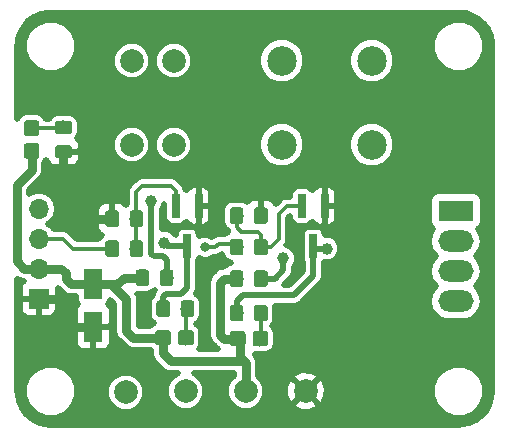
<source format=gbr>
G04 #@! TF.GenerationSoftware,KiCad,Pcbnew,5.0.0-fee4fd1~66~ubuntu18.04.1*
G04 #@! TF.CreationDate,2018-10-10T23:42:05+08:00*
G04 #@! TF.ProjectId,Solid State Relay Kit,536F6C69642053746174652052656C61,rev?*
G04 #@! TF.SameCoordinates,Original*
G04 #@! TF.FileFunction,Copper,L1,Top,Signal*
G04 #@! TF.FilePolarity,Positive*
%FSLAX46Y46*%
G04 Gerber Fmt 4.6, Leading zero omitted, Abs format (unit mm)*
G04 Created by KiCad (PCBNEW 5.0.0-fee4fd1~66~ubuntu18.04.1) date Wed Oct 10 23:42:05 2018*
%MOMM*%
%LPD*%
G01*
G04 APERTURE LIST*
G04 #@! TA.AperFunction,ComponentPad*
%ADD10C,2.000000*%
G04 #@! TD*
G04 #@! TA.AperFunction,Conductor*
%ADD11C,0.100000*%
G04 #@! TD*
G04 #@! TA.AperFunction,SMDPad,CuDef*
%ADD12C,1.150000*%
G04 #@! TD*
G04 #@! TA.AperFunction,SMDPad,CuDef*
%ADD13R,1.600000X2.600000*%
G04 #@! TD*
G04 #@! TA.AperFunction,ComponentPad*
%ADD14O,3.000000X1.800000*%
G04 #@! TD*
G04 #@! TA.AperFunction,ComponentPad*
%ADD15R,3.000000X1.800000*%
G04 #@! TD*
G04 #@! TA.AperFunction,ComponentPad*
%ADD16R,1.700000X1.700000*%
G04 #@! TD*
G04 #@! TA.AperFunction,ComponentPad*
%ADD17O,1.700000X1.700000*%
G04 #@! TD*
G04 #@! TA.AperFunction,SMDPad,CuDef*
%ADD18C,1.300000*%
G04 #@! TD*
G04 #@! TA.AperFunction,SMDPad,CuDef*
%ADD19R,0.650000X2.000000*%
G04 #@! TD*
G04 #@! TA.AperFunction,ComponentPad*
%ADD20C,2.500000*%
G04 #@! TD*
G04 #@! TA.AperFunction,ViaPad*
%ADD21C,1.000000*%
G04 #@! TD*
G04 #@! TA.AperFunction,ViaPad*
%ADD22C,0.800000*%
G04 #@! TD*
G04 #@! TA.AperFunction,Conductor*
%ADD23C,0.750000*%
G04 #@! TD*
G04 #@! TA.AperFunction,Conductor*
%ADD24C,0.300000*%
G04 #@! TD*
G04 #@! TA.AperFunction,Conductor*
%ADD25C,0.500000*%
G04 #@! TD*
G04 APERTURE END LIST*
D10*
G04 #@! TO.P,SSR1,1*
G04 #@! TO.N,/SSR_CONTROL1*
X39370000Y-50897801D03*
G04 #@! TD*
G04 #@! TO.P,SSR2,1*
G04 #@! TO.N,/SSR_CONTROL2*
X44450000Y-50800000D03*
G04 #@! TD*
G04 #@! TO.P,5V1,1*
G04 #@! TO.N,+5V*
X49530000Y-50800000D03*
G04 #@! TD*
G04 #@! TO.P,GND1,1*
G04 #@! TO.N,GND*
X54610000Y-50800000D03*
G04 #@! TD*
D11*
G04 #@! TO.N,GND*
G04 #@! TO.C,R2*
G36*
X38558910Y-35496202D02*
X38583135Y-35499795D01*
X38606891Y-35505746D01*
X38629949Y-35513996D01*
X38652087Y-35524467D01*
X38673093Y-35537057D01*
X38692763Y-35551645D01*
X38710908Y-35568092D01*
X38727355Y-35586237D01*
X38741943Y-35605907D01*
X38754533Y-35626913D01*
X38765004Y-35649051D01*
X38773254Y-35672109D01*
X38779205Y-35695865D01*
X38782798Y-35720090D01*
X38784000Y-35744550D01*
X38784000Y-36645450D01*
X38782798Y-36669910D01*
X38779205Y-36694135D01*
X38773254Y-36717891D01*
X38765004Y-36740949D01*
X38754533Y-36763087D01*
X38741943Y-36784093D01*
X38727355Y-36803763D01*
X38710908Y-36821908D01*
X38692763Y-36838355D01*
X38673093Y-36852943D01*
X38652087Y-36865533D01*
X38629949Y-36876004D01*
X38606891Y-36884254D01*
X38583135Y-36890205D01*
X38558910Y-36893798D01*
X38534450Y-36895000D01*
X37883550Y-36895000D01*
X37859090Y-36893798D01*
X37834865Y-36890205D01*
X37811109Y-36884254D01*
X37788051Y-36876004D01*
X37765913Y-36865533D01*
X37744907Y-36852943D01*
X37725237Y-36838355D01*
X37707092Y-36821908D01*
X37690645Y-36803763D01*
X37676057Y-36784093D01*
X37663467Y-36763087D01*
X37652996Y-36740949D01*
X37644746Y-36717891D01*
X37638795Y-36694135D01*
X37635202Y-36669910D01*
X37634000Y-36645450D01*
X37634000Y-35744550D01*
X37635202Y-35720090D01*
X37638795Y-35695865D01*
X37644746Y-35672109D01*
X37652996Y-35649051D01*
X37663467Y-35626913D01*
X37676057Y-35605907D01*
X37690645Y-35586237D01*
X37707092Y-35568092D01*
X37725237Y-35551645D01*
X37744907Y-35537057D01*
X37765913Y-35524467D01*
X37788051Y-35513996D01*
X37811109Y-35505746D01*
X37834865Y-35499795D01*
X37859090Y-35496202D01*
X37883550Y-35495000D01*
X38534450Y-35495000D01*
X38558910Y-35496202D01*
X38558910Y-35496202D01*
G37*
D12*
G04 #@! TD*
G04 #@! TO.P,R2,2*
G04 #@! TO.N,GND*
X38209000Y-36195000D03*
D11*
G04 #@! TO.N,Net-(Q1-Pad2)*
G04 #@! TO.C,R2*
G36*
X40608505Y-35496204D02*
X40632773Y-35499804D01*
X40656572Y-35505765D01*
X40679671Y-35514030D01*
X40701850Y-35524520D01*
X40722893Y-35537132D01*
X40742599Y-35551747D01*
X40760777Y-35568223D01*
X40777253Y-35586401D01*
X40791868Y-35606107D01*
X40804480Y-35627150D01*
X40814970Y-35649329D01*
X40823235Y-35672428D01*
X40829196Y-35696227D01*
X40832796Y-35720495D01*
X40834000Y-35744999D01*
X40834000Y-36645001D01*
X40832796Y-36669505D01*
X40829196Y-36693773D01*
X40823235Y-36717572D01*
X40814970Y-36740671D01*
X40804480Y-36762850D01*
X40791868Y-36783893D01*
X40777253Y-36803599D01*
X40760777Y-36821777D01*
X40742599Y-36838253D01*
X40722893Y-36852868D01*
X40701850Y-36865480D01*
X40679671Y-36875970D01*
X40656572Y-36884235D01*
X40632773Y-36890196D01*
X40608505Y-36893796D01*
X40584001Y-36895000D01*
X39933999Y-36895000D01*
X39909495Y-36893796D01*
X39885227Y-36890196D01*
X39861428Y-36884235D01*
X39838329Y-36875970D01*
X39816150Y-36865480D01*
X39795107Y-36852868D01*
X39775401Y-36838253D01*
X39757223Y-36821777D01*
X39740747Y-36803599D01*
X39726132Y-36783893D01*
X39713520Y-36762850D01*
X39703030Y-36740671D01*
X39694765Y-36717572D01*
X39688804Y-36693773D01*
X39685204Y-36669505D01*
X39684000Y-36645001D01*
X39684000Y-35744999D01*
X39685204Y-35720495D01*
X39688804Y-35696227D01*
X39694765Y-35672428D01*
X39703030Y-35649329D01*
X39713520Y-35627150D01*
X39726132Y-35606107D01*
X39740747Y-35586401D01*
X39757223Y-35568223D01*
X39775401Y-35551747D01*
X39795107Y-35537132D01*
X39816150Y-35524520D01*
X39838329Y-35514030D01*
X39861428Y-35505765D01*
X39885227Y-35499804D01*
X39909495Y-35496204D01*
X39933999Y-35495000D01*
X40584001Y-35495000D01*
X40608505Y-35496204D01*
X40608505Y-35496204D01*
G37*
D12*
G04 #@! TD*
G04 #@! TO.P,R2,1*
G04 #@! TO.N,Net-(Q1-Pad2)*
X40259000Y-36195000D03*
D13*
G04 #@! TO.P,C1,1*
G04 #@! TO.N,+5V*
X36601400Y-41735600D03*
G04 #@! TO.P,C1,2*
G04 #@! TO.N,GND*
X36601400Y-45335600D03*
G04 #@! TD*
D14*
G04 #@! TO.P,J2,4*
G04 #@! TO.N,/SSR2_OUT1*
X67310000Y-43180000D03*
D15*
G04 #@! TO.P,J2,1*
G04 #@! TO.N,/SSR1_OUT2*
X67310000Y-35560000D03*
D14*
G04 #@! TO.P,J2,2*
G04 #@! TO.N,/SSR1_OUT1*
X67310000Y-38100000D03*
G04 #@! TO.P,J2,3*
G04 #@! TO.N,/SSR2_OUT2*
X67310000Y-40640000D03*
G04 #@! TD*
D16*
G04 #@! TO.P,J1,1*
G04 #@! TO.N,GND*
X32004000Y-42962400D03*
D17*
G04 #@! TO.P,J1,2*
G04 #@! TO.N,+5V*
X32004000Y-40422400D03*
G04 #@! TO.P,J1,3*
G04 #@! TO.N,/SSR_CONTROL1*
X32004000Y-37882400D03*
G04 #@! TO.P,J1,4*
G04 #@! TO.N,/SSR_CONTROL2*
X32004000Y-35342400D03*
G04 #@! TD*
D11*
G04 #@! TO.N,+5V*
G04 #@! TO.C,D3*
G36*
X49279504Y-45706204D02*
X49303773Y-45709804D01*
X49327571Y-45715765D01*
X49350671Y-45724030D01*
X49372849Y-45734520D01*
X49393893Y-45747133D01*
X49413598Y-45761747D01*
X49431777Y-45778223D01*
X49448253Y-45796402D01*
X49462867Y-45816107D01*
X49475480Y-45837151D01*
X49485970Y-45859329D01*
X49494235Y-45882429D01*
X49500196Y-45906227D01*
X49503796Y-45930496D01*
X49505000Y-45955000D01*
X49505000Y-46755000D01*
X49503796Y-46779504D01*
X49500196Y-46803773D01*
X49494235Y-46827571D01*
X49485970Y-46850671D01*
X49475480Y-46872849D01*
X49462867Y-46893893D01*
X49448253Y-46913598D01*
X49431777Y-46931777D01*
X49413598Y-46948253D01*
X49393893Y-46962867D01*
X49372849Y-46975480D01*
X49350671Y-46985970D01*
X49327571Y-46994235D01*
X49303773Y-47000196D01*
X49279504Y-47003796D01*
X49255000Y-47005000D01*
X48430000Y-47005000D01*
X48405496Y-47003796D01*
X48381227Y-47000196D01*
X48357429Y-46994235D01*
X48334329Y-46985970D01*
X48312151Y-46975480D01*
X48291107Y-46962867D01*
X48271402Y-46948253D01*
X48253223Y-46931777D01*
X48236747Y-46913598D01*
X48222133Y-46893893D01*
X48209520Y-46872849D01*
X48199030Y-46850671D01*
X48190765Y-46827571D01*
X48184804Y-46803773D01*
X48181204Y-46779504D01*
X48180000Y-46755000D01*
X48180000Y-45955000D01*
X48181204Y-45930496D01*
X48184804Y-45906227D01*
X48190765Y-45882429D01*
X48199030Y-45859329D01*
X48209520Y-45837151D01*
X48222133Y-45816107D01*
X48236747Y-45796402D01*
X48253223Y-45778223D01*
X48271402Y-45761747D01*
X48291107Y-45747133D01*
X48312151Y-45734520D01*
X48334329Y-45724030D01*
X48357429Y-45715765D01*
X48381227Y-45709804D01*
X48405496Y-45706204D01*
X48430000Y-45705000D01*
X49255000Y-45705000D01*
X49279504Y-45706204D01*
X49279504Y-45706204D01*
G37*
D18*
G04 #@! TD*
G04 #@! TO.P,D3,2*
G04 #@! TO.N,+5V*
X48842500Y-46355000D03*
D11*
G04 #@! TO.N,Net-(D3-Pad1)*
G04 #@! TO.C,D3*
G36*
X51204504Y-45706204D02*
X51228773Y-45709804D01*
X51252571Y-45715765D01*
X51275671Y-45724030D01*
X51297849Y-45734520D01*
X51318893Y-45747133D01*
X51338598Y-45761747D01*
X51356777Y-45778223D01*
X51373253Y-45796402D01*
X51387867Y-45816107D01*
X51400480Y-45837151D01*
X51410970Y-45859329D01*
X51419235Y-45882429D01*
X51425196Y-45906227D01*
X51428796Y-45930496D01*
X51430000Y-45955000D01*
X51430000Y-46755000D01*
X51428796Y-46779504D01*
X51425196Y-46803773D01*
X51419235Y-46827571D01*
X51410970Y-46850671D01*
X51400480Y-46872849D01*
X51387867Y-46893893D01*
X51373253Y-46913598D01*
X51356777Y-46931777D01*
X51338598Y-46948253D01*
X51318893Y-46962867D01*
X51297849Y-46975480D01*
X51275671Y-46985970D01*
X51252571Y-46994235D01*
X51228773Y-47000196D01*
X51204504Y-47003796D01*
X51180000Y-47005000D01*
X50355000Y-47005000D01*
X50330496Y-47003796D01*
X50306227Y-47000196D01*
X50282429Y-46994235D01*
X50259329Y-46985970D01*
X50237151Y-46975480D01*
X50216107Y-46962867D01*
X50196402Y-46948253D01*
X50178223Y-46931777D01*
X50161747Y-46913598D01*
X50147133Y-46893893D01*
X50134520Y-46872849D01*
X50124030Y-46850671D01*
X50115765Y-46827571D01*
X50109804Y-46803773D01*
X50106204Y-46779504D01*
X50105000Y-46755000D01*
X50105000Y-45955000D01*
X50106204Y-45930496D01*
X50109804Y-45906227D01*
X50115765Y-45882429D01*
X50124030Y-45859329D01*
X50134520Y-45837151D01*
X50147133Y-45816107D01*
X50161747Y-45796402D01*
X50178223Y-45778223D01*
X50196402Y-45761747D01*
X50216107Y-45747133D01*
X50237151Y-45734520D01*
X50259329Y-45724030D01*
X50282429Y-45715765D01*
X50306227Y-45709804D01*
X50330496Y-45706204D01*
X50355000Y-45705000D01*
X51180000Y-45705000D01*
X51204504Y-45706204D01*
X51204504Y-45706204D01*
G37*
D18*
G04 #@! TD*
G04 #@! TO.P,D3,1*
G04 #@! TO.N,Net-(D3-Pad1)*
X50767500Y-46355000D03*
D19*
G04 #@! TO.P,Q2,1*
G04 #@! TO.N,GND*
X56195000Y-35120000D03*
G04 #@! TO.P,Q2,2*
G04 #@! TO.N,Net-(Q2-Pad2)*
X54295000Y-35120000D03*
G04 #@! TO.P,Q2,3*
G04 #@! TO.N,/SSR2_IN1*
X55245000Y-38540000D03*
G04 #@! TD*
D11*
G04 #@! TO.N,/SSR2_IN2*
G04 #@! TO.C,R9*
G36*
X51149505Y-40576204D02*
X51173773Y-40579804D01*
X51197572Y-40585765D01*
X51220671Y-40594030D01*
X51242850Y-40604520D01*
X51263893Y-40617132D01*
X51283599Y-40631747D01*
X51301777Y-40648223D01*
X51318253Y-40666401D01*
X51332868Y-40686107D01*
X51345480Y-40707150D01*
X51355970Y-40729329D01*
X51364235Y-40752428D01*
X51370196Y-40776227D01*
X51373796Y-40800495D01*
X51375000Y-40824999D01*
X51375000Y-41725001D01*
X51373796Y-41749505D01*
X51370196Y-41773773D01*
X51364235Y-41797572D01*
X51355970Y-41820671D01*
X51345480Y-41842850D01*
X51332868Y-41863893D01*
X51318253Y-41883599D01*
X51301777Y-41901777D01*
X51283599Y-41918253D01*
X51263893Y-41932868D01*
X51242850Y-41945480D01*
X51220671Y-41955970D01*
X51197572Y-41964235D01*
X51173773Y-41970196D01*
X51149505Y-41973796D01*
X51125001Y-41975000D01*
X50474999Y-41975000D01*
X50450495Y-41973796D01*
X50426227Y-41970196D01*
X50402428Y-41964235D01*
X50379329Y-41955970D01*
X50357150Y-41945480D01*
X50336107Y-41932868D01*
X50316401Y-41918253D01*
X50298223Y-41901777D01*
X50281747Y-41883599D01*
X50267132Y-41863893D01*
X50254520Y-41842850D01*
X50244030Y-41820671D01*
X50235765Y-41797572D01*
X50229804Y-41773773D01*
X50226204Y-41749505D01*
X50225000Y-41725001D01*
X50225000Y-40824999D01*
X50226204Y-40800495D01*
X50229804Y-40776227D01*
X50235765Y-40752428D01*
X50244030Y-40729329D01*
X50254520Y-40707150D01*
X50267132Y-40686107D01*
X50281747Y-40666401D01*
X50298223Y-40648223D01*
X50316401Y-40631747D01*
X50336107Y-40617132D01*
X50357150Y-40604520D01*
X50379329Y-40594030D01*
X50402428Y-40585765D01*
X50426227Y-40579804D01*
X50450495Y-40576204D01*
X50474999Y-40575000D01*
X51125001Y-40575000D01*
X51149505Y-40576204D01*
X51149505Y-40576204D01*
G37*
D12*
G04 #@! TD*
G04 #@! TO.P,R9,2*
G04 #@! TO.N,/SSR2_IN2*
X50800000Y-41275000D03*
D11*
G04 #@! TO.N,+5V*
G04 #@! TO.C,R9*
G36*
X49099505Y-40576204D02*
X49123773Y-40579804D01*
X49147572Y-40585765D01*
X49170671Y-40594030D01*
X49192850Y-40604520D01*
X49213893Y-40617132D01*
X49233599Y-40631747D01*
X49251777Y-40648223D01*
X49268253Y-40666401D01*
X49282868Y-40686107D01*
X49295480Y-40707150D01*
X49305970Y-40729329D01*
X49314235Y-40752428D01*
X49320196Y-40776227D01*
X49323796Y-40800495D01*
X49325000Y-40824999D01*
X49325000Y-41725001D01*
X49323796Y-41749505D01*
X49320196Y-41773773D01*
X49314235Y-41797572D01*
X49305970Y-41820671D01*
X49295480Y-41842850D01*
X49282868Y-41863893D01*
X49268253Y-41883599D01*
X49251777Y-41901777D01*
X49233599Y-41918253D01*
X49213893Y-41932868D01*
X49192850Y-41945480D01*
X49170671Y-41955970D01*
X49147572Y-41964235D01*
X49123773Y-41970196D01*
X49099505Y-41973796D01*
X49075001Y-41975000D01*
X48424999Y-41975000D01*
X48400495Y-41973796D01*
X48376227Y-41970196D01*
X48352428Y-41964235D01*
X48329329Y-41955970D01*
X48307150Y-41945480D01*
X48286107Y-41932868D01*
X48266401Y-41918253D01*
X48248223Y-41901777D01*
X48231747Y-41883599D01*
X48217132Y-41863893D01*
X48204520Y-41842850D01*
X48194030Y-41820671D01*
X48185765Y-41797572D01*
X48179804Y-41773773D01*
X48176204Y-41749505D01*
X48175000Y-41725001D01*
X48175000Y-40824999D01*
X48176204Y-40800495D01*
X48179804Y-40776227D01*
X48185765Y-40752428D01*
X48194030Y-40729329D01*
X48204520Y-40707150D01*
X48217132Y-40686107D01*
X48231747Y-40666401D01*
X48248223Y-40648223D01*
X48266401Y-40631747D01*
X48286107Y-40617132D01*
X48307150Y-40604520D01*
X48329329Y-40594030D01*
X48352428Y-40585765D01*
X48376227Y-40579804D01*
X48400495Y-40576204D01*
X48424999Y-40575000D01*
X49075001Y-40575000D01*
X49099505Y-40576204D01*
X49099505Y-40576204D01*
G37*
D12*
G04 #@! TD*
G04 #@! TO.P,R9,1*
G04 #@! TO.N,+5V*
X48750000Y-41275000D03*
D11*
G04 #@! TO.N,/SSR2_IN1*
G04 #@! TO.C,R8*
G36*
X49099505Y-43497204D02*
X49123773Y-43500804D01*
X49147572Y-43506765D01*
X49170671Y-43515030D01*
X49192850Y-43525520D01*
X49213893Y-43538132D01*
X49233599Y-43552747D01*
X49251777Y-43569223D01*
X49268253Y-43587401D01*
X49282868Y-43607107D01*
X49295480Y-43628150D01*
X49305970Y-43650329D01*
X49314235Y-43673428D01*
X49320196Y-43697227D01*
X49323796Y-43721495D01*
X49325000Y-43745999D01*
X49325000Y-44646001D01*
X49323796Y-44670505D01*
X49320196Y-44694773D01*
X49314235Y-44718572D01*
X49305970Y-44741671D01*
X49295480Y-44763850D01*
X49282868Y-44784893D01*
X49268253Y-44804599D01*
X49251777Y-44822777D01*
X49233599Y-44839253D01*
X49213893Y-44853868D01*
X49192850Y-44866480D01*
X49170671Y-44876970D01*
X49147572Y-44885235D01*
X49123773Y-44891196D01*
X49099505Y-44894796D01*
X49075001Y-44896000D01*
X48424999Y-44896000D01*
X48400495Y-44894796D01*
X48376227Y-44891196D01*
X48352428Y-44885235D01*
X48329329Y-44876970D01*
X48307150Y-44866480D01*
X48286107Y-44853868D01*
X48266401Y-44839253D01*
X48248223Y-44822777D01*
X48231747Y-44804599D01*
X48217132Y-44784893D01*
X48204520Y-44763850D01*
X48194030Y-44741671D01*
X48185765Y-44718572D01*
X48179804Y-44694773D01*
X48176204Y-44670505D01*
X48175000Y-44646001D01*
X48175000Y-43745999D01*
X48176204Y-43721495D01*
X48179804Y-43697227D01*
X48185765Y-43673428D01*
X48194030Y-43650329D01*
X48204520Y-43628150D01*
X48217132Y-43607107D01*
X48231747Y-43587401D01*
X48248223Y-43569223D01*
X48266401Y-43552747D01*
X48286107Y-43538132D01*
X48307150Y-43525520D01*
X48329329Y-43515030D01*
X48352428Y-43506765D01*
X48376227Y-43500804D01*
X48400495Y-43497204D01*
X48424999Y-43496000D01*
X49075001Y-43496000D01*
X49099505Y-43497204D01*
X49099505Y-43497204D01*
G37*
D12*
G04 #@! TD*
G04 #@! TO.P,R8,2*
G04 #@! TO.N,/SSR2_IN1*
X48750000Y-44196000D03*
D11*
G04 #@! TO.N,Net-(D3-Pad1)*
G04 #@! TO.C,R8*
G36*
X51149505Y-43497204D02*
X51173773Y-43500804D01*
X51197572Y-43506765D01*
X51220671Y-43515030D01*
X51242850Y-43525520D01*
X51263893Y-43538132D01*
X51283599Y-43552747D01*
X51301777Y-43569223D01*
X51318253Y-43587401D01*
X51332868Y-43607107D01*
X51345480Y-43628150D01*
X51355970Y-43650329D01*
X51364235Y-43673428D01*
X51370196Y-43697227D01*
X51373796Y-43721495D01*
X51375000Y-43745999D01*
X51375000Y-44646001D01*
X51373796Y-44670505D01*
X51370196Y-44694773D01*
X51364235Y-44718572D01*
X51355970Y-44741671D01*
X51345480Y-44763850D01*
X51332868Y-44784893D01*
X51318253Y-44804599D01*
X51301777Y-44822777D01*
X51283599Y-44839253D01*
X51263893Y-44853868D01*
X51242850Y-44866480D01*
X51220671Y-44876970D01*
X51197572Y-44885235D01*
X51173773Y-44891196D01*
X51149505Y-44894796D01*
X51125001Y-44896000D01*
X50474999Y-44896000D01*
X50450495Y-44894796D01*
X50426227Y-44891196D01*
X50402428Y-44885235D01*
X50379329Y-44876970D01*
X50357150Y-44866480D01*
X50336107Y-44853868D01*
X50316401Y-44839253D01*
X50298223Y-44822777D01*
X50281747Y-44804599D01*
X50267132Y-44784893D01*
X50254520Y-44763850D01*
X50244030Y-44741671D01*
X50235765Y-44718572D01*
X50229804Y-44694773D01*
X50226204Y-44670505D01*
X50225000Y-44646001D01*
X50225000Y-43745999D01*
X50226204Y-43721495D01*
X50229804Y-43697227D01*
X50235765Y-43673428D01*
X50244030Y-43650329D01*
X50254520Y-43628150D01*
X50267132Y-43607107D01*
X50281747Y-43587401D01*
X50298223Y-43569223D01*
X50316401Y-43552747D01*
X50336107Y-43538132D01*
X50357150Y-43525520D01*
X50379329Y-43515030D01*
X50402428Y-43506765D01*
X50426227Y-43500804D01*
X50450495Y-43497204D01*
X50474999Y-43496000D01*
X51125001Y-43496000D01*
X51149505Y-43497204D01*
X51149505Y-43497204D01*
G37*
D12*
G04 #@! TD*
G04 #@! TO.P,R8,1*
G04 #@! TO.N,Net-(D3-Pad1)*
X50800000Y-44196000D03*
D11*
G04 #@! TO.N,GND*
G04 #@! TO.C,R7*
G36*
X51149505Y-35242204D02*
X51173773Y-35245804D01*
X51197572Y-35251765D01*
X51220671Y-35260030D01*
X51242850Y-35270520D01*
X51263893Y-35283132D01*
X51283599Y-35297747D01*
X51301777Y-35314223D01*
X51318253Y-35332401D01*
X51332868Y-35352107D01*
X51345480Y-35373150D01*
X51355970Y-35395329D01*
X51364235Y-35418428D01*
X51370196Y-35442227D01*
X51373796Y-35466495D01*
X51375000Y-35490999D01*
X51375000Y-36391001D01*
X51373796Y-36415505D01*
X51370196Y-36439773D01*
X51364235Y-36463572D01*
X51355970Y-36486671D01*
X51345480Y-36508850D01*
X51332868Y-36529893D01*
X51318253Y-36549599D01*
X51301777Y-36567777D01*
X51283599Y-36584253D01*
X51263893Y-36598868D01*
X51242850Y-36611480D01*
X51220671Y-36621970D01*
X51197572Y-36630235D01*
X51173773Y-36636196D01*
X51149505Y-36639796D01*
X51125001Y-36641000D01*
X50474999Y-36641000D01*
X50450495Y-36639796D01*
X50426227Y-36636196D01*
X50402428Y-36630235D01*
X50379329Y-36621970D01*
X50357150Y-36611480D01*
X50336107Y-36598868D01*
X50316401Y-36584253D01*
X50298223Y-36567777D01*
X50281747Y-36549599D01*
X50267132Y-36529893D01*
X50254520Y-36508850D01*
X50244030Y-36486671D01*
X50235765Y-36463572D01*
X50229804Y-36439773D01*
X50226204Y-36415505D01*
X50225000Y-36391001D01*
X50225000Y-35490999D01*
X50226204Y-35466495D01*
X50229804Y-35442227D01*
X50235765Y-35418428D01*
X50244030Y-35395329D01*
X50254520Y-35373150D01*
X50267132Y-35352107D01*
X50281747Y-35332401D01*
X50298223Y-35314223D01*
X50316401Y-35297747D01*
X50336107Y-35283132D01*
X50357150Y-35270520D01*
X50379329Y-35260030D01*
X50402428Y-35251765D01*
X50426227Y-35245804D01*
X50450495Y-35242204D01*
X50474999Y-35241000D01*
X51125001Y-35241000D01*
X51149505Y-35242204D01*
X51149505Y-35242204D01*
G37*
D12*
G04 #@! TD*
G04 #@! TO.P,R7,2*
G04 #@! TO.N,GND*
X50800000Y-35941000D03*
D11*
G04 #@! TO.N,Net-(Q2-Pad2)*
G04 #@! TO.C,R7*
G36*
X49099505Y-35242204D02*
X49123773Y-35245804D01*
X49147572Y-35251765D01*
X49170671Y-35260030D01*
X49192850Y-35270520D01*
X49213893Y-35283132D01*
X49233599Y-35297747D01*
X49251777Y-35314223D01*
X49268253Y-35332401D01*
X49282868Y-35352107D01*
X49295480Y-35373150D01*
X49305970Y-35395329D01*
X49314235Y-35418428D01*
X49320196Y-35442227D01*
X49323796Y-35466495D01*
X49325000Y-35490999D01*
X49325000Y-36391001D01*
X49323796Y-36415505D01*
X49320196Y-36439773D01*
X49314235Y-36463572D01*
X49305970Y-36486671D01*
X49295480Y-36508850D01*
X49282868Y-36529893D01*
X49268253Y-36549599D01*
X49251777Y-36567777D01*
X49233599Y-36584253D01*
X49213893Y-36598868D01*
X49192850Y-36611480D01*
X49170671Y-36621970D01*
X49147572Y-36630235D01*
X49123773Y-36636196D01*
X49099505Y-36639796D01*
X49075001Y-36641000D01*
X48424999Y-36641000D01*
X48400495Y-36639796D01*
X48376227Y-36636196D01*
X48352428Y-36630235D01*
X48329329Y-36621970D01*
X48307150Y-36611480D01*
X48286107Y-36598868D01*
X48266401Y-36584253D01*
X48248223Y-36567777D01*
X48231747Y-36549599D01*
X48217132Y-36529893D01*
X48204520Y-36508850D01*
X48194030Y-36486671D01*
X48185765Y-36463572D01*
X48179804Y-36439773D01*
X48176204Y-36415505D01*
X48175000Y-36391001D01*
X48175000Y-35490999D01*
X48176204Y-35466495D01*
X48179804Y-35442227D01*
X48185765Y-35418428D01*
X48194030Y-35395329D01*
X48204520Y-35373150D01*
X48217132Y-35352107D01*
X48231747Y-35332401D01*
X48248223Y-35314223D01*
X48266401Y-35297747D01*
X48286107Y-35283132D01*
X48307150Y-35270520D01*
X48329329Y-35260030D01*
X48352428Y-35251765D01*
X48376227Y-35245804D01*
X48400495Y-35242204D01*
X48424999Y-35241000D01*
X49075001Y-35241000D01*
X49099505Y-35242204D01*
X49099505Y-35242204D01*
G37*
D12*
G04 #@! TD*
G04 #@! TO.P,R7,1*
G04 #@! TO.N,Net-(Q2-Pad2)*
X48750000Y-35941000D03*
D11*
G04 #@! TO.N,Net-(Q2-Pad2)*
G04 #@! TO.C,R6*
G36*
X51149505Y-37909204D02*
X51173773Y-37912804D01*
X51197572Y-37918765D01*
X51220671Y-37927030D01*
X51242850Y-37937520D01*
X51263893Y-37950132D01*
X51283599Y-37964747D01*
X51301777Y-37981223D01*
X51318253Y-37999401D01*
X51332868Y-38019107D01*
X51345480Y-38040150D01*
X51355970Y-38062329D01*
X51364235Y-38085428D01*
X51370196Y-38109227D01*
X51373796Y-38133495D01*
X51375000Y-38157999D01*
X51375000Y-39058001D01*
X51373796Y-39082505D01*
X51370196Y-39106773D01*
X51364235Y-39130572D01*
X51355970Y-39153671D01*
X51345480Y-39175850D01*
X51332868Y-39196893D01*
X51318253Y-39216599D01*
X51301777Y-39234777D01*
X51283599Y-39251253D01*
X51263893Y-39265868D01*
X51242850Y-39278480D01*
X51220671Y-39288970D01*
X51197572Y-39297235D01*
X51173773Y-39303196D01*
X51149505Y-39306796D01*
X51125001Y-39308000D01*
X50474999Y-39308000D01*
X50450495Y-39306796D01*
X50426227Y-39303196D01*
X50402428Y-39297235D01*
X50379329Y-39288970D01*
X50357150Y-39278480D01*
X50336107Y-39265868D01*
X50316401Y-39251253D01*
X50298223Y-39234777D01*
X50281747Y-39216599D01*
X50267132Y-39196893D01*
X50254520Y-39175850D01*
X50244030Y-39153671D01*
X50235765Y-39130572D01*
X50229804Y-39106773D01*
X50226204Y-39082505D01*
X50225000Y-39058001D01*
X50225000Y-38157999D01*
X50226204Y-38133495D01*
X50229804Y-38109227D01*
X50235765Y-38085428D01*
X50244030Y-38062329D01*
X50254520Y-38040150D01*
X50267132Y-38019107D01*
X50281747Y-37999401D01*
X50298223Y-37981223D01*
X50316401Y-37964747D01*
X50336107Y-37950132D01*
X50357150Y-37937520D01*
X50379329Y-37927030D01*
X50402428Y-37918765D01*
X50426227Y-37912804D01*
X50450495Y-37909204D01*
X50474999Y-37908000D01*
X51125001Y-37908000D01*
X51149505Y-37909204D01*
X51149505Y-37909204D01*
G37*
D12*
G04 #@! TD*
G04 #@! TO.P,R6,1*
G04 #@! TO.N,Net-(Q2-Pad2)*
X50800000Y-38608000D03*
D11*
G04 #@! TO.N,/SSR_CONTROL2*
G04 #@! TO.C,R6*
G36*
X49099505Y-37909204D02*
X49123773Y-37912804D01*
X49147572Y-37918765D01*
X49170671Y-37927030D01*
X49192850Y-37937520D01*
X49213893Y-37950132D01*
X49233599Y-37964747D01*
X49251777Y-37981223D01*
X49268253Y-37999401D01*
X49282868Y-38019107D01*
X49295480Y-38040150D01*
X49305970Y-38062329D01*
X49314235Y-38085428D01*
X49320196Y-38109227D01*
X49323796Y-38133495D01*
X49325000Y-38157999D01*
X49325000Y-39058001D01*
X49323796Y-39082505D01*
X49320196Y-39106773D01*
X49314235Y-39130572D01*
X49305970Y-39153671D01*
X49295480Y-39175850D01*
X49282868Y-39196893D01*
X49268253Y-39216599D01*
X49251777Y-39234777D01*
X49233599Y-39251253D01*
X49213893Y-39265868D01*
X49192850Y-39278480D01*
X49170671Y-39288970D01*
X49147572Y-39297235D01*
X49123773Y-39303196D01*
X49099505Y-39306796D01*
X49075001Y-39308000D01*
X48424999Y-39308000D01*
X48400495Y-39306796D01*
X48376227Y-39303196D01*
X48352428Y-39297235D01*
X48329329Y-39288970D01*
X48307150Y-39278480D01*
X48286107Y-39265868D01*
X48266401Y-39251253D01*
X48248223Y-39234777D01*
X48231747Y-39216599D01*
X48217132Y-39196893D01*
X48204520Y-39175850D01*
X48194030Y-39153671D01*
X48185765Y-39130572D01*
X48179804Y-39106773D01*
X48176204Y-39082505D01*
X48175000Y-39058001D01*
X48175000Y-38157999D01*
X48176204Y-38133495D01*
X48179804Y-38109227D01*
X48185765Y-38085428D01*
X48194030Y-38062329D01*
X48204520Y-38040150D01*
X48217132Y-38019107D01*
X48231747Y-37999401D01*
X48248223Y-37981223D01*
X48266401Y-37964747D01*
X48286107Y-37950132D01*
X48307150Y-37937520D01*
X48329329Y-37927030D01*
X48352428Y-37918765D01*
X48376227Y-37912804D01*
X48400495Y-37909204D01*
X48424999Y-37908000D01*
X49075001Y-37908000D01*
X49099505Y-37909204D01*
X49099505Y-37909204D01*
G37*
D12*
G04 #@! TD*
G04 #@! TO.P,R6,2*
G04 #@! TO.N,/SSR_CONTROL2*
X48750000Y-38608000D03*
D10*
G04 #@! TO.P,U2,3*
G04 #@! TO.N,/SSR2_IN2*
X43428000Y-29928000D03*
D20*
G04 #@! TO.P,U2,1*
G04 #@! TO.N,/SSR2_OUT2*
X60198000Y-29928000D03*
D10*
G04 #@! TO.P,U2,4*
G04 #@! TO.N,/SSR2_IN1*
X39878000Y-29928000D03*
D20*
G04 #@! TO.P,U2,2*
G04 #@! TO.N,/SSR2_OUT1*
X52578000Y-29928000D03*
G04 #@! TD*
G04 #@! TO.P,U1,2*
G04 #@! TO.N,/SSR1_OUT1*
X52578000Y-22816000D03*
D10*
G04 #@! TO.P,U1,4*
G04 #@! TO.N,/SSR1_IN1*
X39878000Y-22816000D03*
D20*
G04 #@! TO.P,U1,1*
G04 #@! TO.N,/SSR1_OUT2*
X60198000Y-22816000D03*
D10*
G04 #@! TO.P,U1,3*
G04 #@! TO.N,/SSR1_IN2*
X43428000Y-22816000D03*
G04 #@! TD*
D19*
G04 #@! TO.P,Q1,3*
G04 #@! TO.N,/SSR1_IN1*
X44577000Y-38540000D03*
G04 #@! TO.P,Q1,2*
G04 #@! TO.N,Net-(Q1-Pad2)*
X43627000Y-35120000D03*
G04 #@! TO.P,Q1,1*
G04 #@! TO.N,GND*
X45527000Y-35120000D03*
G04 #@! TD*
D11*
G04 #@! TO.N,+5V*
G04 #@! TO.C,D1*
G36*
X42962004Y-45630004D02*
X42986273Y-45633604D01*
X43010071Y-45639565D01*
X43033171Y-45647830D01*
X43055349Y-45658320D01*
X43076393Y-45670933D01*
X43096098Y-45685547D01*
X43114277Y-45702023D01*
X43130753Y-45720202D01*
X43145367Y-45739907D01*
X43157980Y-45760951D01*
X43168470Y-45783129D01*
X43176735Y-45806229D01*
X43182696Y-45830027D01*
X43186296Y-45854296D01*
X43187500Y-45878800D01*
X43187500Y-46678800D01*
X43186296Y-46703304D01*
X43182696Y-46727573D01*
X43176735Y-46751371D01*
X43168470Y-46774471D01*
X43157980Y-46796649D01*
X43145367Y-46817693D01*
X43130753Y-46837398D01*
X43114277Y-46855577D01*
X43096098Y-46872053D01*
X43076393Y-46886667D01*
X43055349Y-46899280D01*
X43033171Y-46909770D01*
X43010071Y-46918035D01*
X42986273Y-46923996D01*
X42962004Y-46927596D01*
X42937500Y-46928800D01*
X42112500Y-46928800D01*
X42087996Y-46927596D01*
X42063727Y-46923996D01*
X42039929Y-46918035D01*
X42016829Y-46909770D01*
X41994651Y-46899280D01*
X41973607Y-46886667D01*
X41953902Y-46872053D01*
X41935723Y-46855577D01*
X41919247Y-46837398D01*
X41904633Y-46817693D01*
X41892020Y-46796649D01*
X41881530Y-46774471D01*
X41873265Y-46751371D01*
X41867304Y-46727573D01*
X41863704Y-46703304D01*
X41862500Y-46678800D01*
X41862500Y-45878800D01*
X41863704Y-45854296D01*
X41867304Y-45830027D01*
X41873265Y-45806229D01*
X41881530Y-45783129D01*
X41892020Y-45760951D01*
X41904633Y-45739907D01*
X41919247Y-45720202D01*
X41935723Y-45702023D01*
X41953902Y-45685547D01*
X41973607Y-45670933D01*
X41994651Y-45658320D01*
X42016829Y-45647830D01*
X42039929Y-45639565D01*
X42063727Y-45633604D01*
X42087996Y-45630004D01*
X42112500Y-45628800D01*
X42937500Y-45628800D01*
X42962004Y-45630004D01*
X42962004Y-45630004D01*
G37*
D18*
G04 #@! TD*
G04 #@! TO.P,D1,2*
G04 #@! TO.N,+5V*
X42525000Y-46278800D03*
D11*
G04 #@! TO.N,Net-(D1-Pad1)*
G04 #@! TO.C,D1*
G36*
X44887004Y-45630004D02*
X44911273Y-45633604D01*
X44935071Y-45639565D01*
X44958171Y-45647830D01*
X44980349Y-45658320D01*
X45001393Y-45670933D01*
X45021098Y-45685547D01*
X45039277Y-45702023D01*
X45055753Y-45720202D01*
X45070367Y-45739907D01*
X45082980Y-45760951D01*
X45093470Y-45783129D01*
X45101735Y-45806229D01*
X45107696Y-45830027D01*
X45111296Y-45854296D01*
X45112500Y-45878800D01*
X45112500Y-46678800D01*
X45111296Y-46703304D01*
X45107696Y-46727573D01*
X45101735Y-46751371D01*
X45093470Y-46774471D01*
X45082980Y-46796649D01*
X45070367Y-46817693D01*
X45055753Y-46837398D01*
X45039277Y-46855577D01*
X45021098Y-46872053D01*
X45001393Y-46886667D01*
X44980349Y-46899280D01*
X44958171Y-46909770D01*
X44935071Y-46918035D01*
X44911273Y-46923996D01*
X44887004Y-46927596D01*
X44862500Y-46928800D01*
X44037500Y-46928800D01*
X44012996Y-46927596D01*
X43988727Y-46923996D01*
X43964929Y-46918035D01*
X43941829Y-46909770D01*
X43919651Y-46899280D01*
X43898607Y-46886667D01*
X43878902Y-46872053D01*
X43860723Y-46855577D01*
X43844247Y-46837398D01*
X43829633Y-46817693D01*
X43817020Y-46796649D01*
X43806530Y-46774471D01*
X43798265Y-46751371D01*
X43792304Y-46727573D01*
X43788704Y-46703304D01*
X43787500Y-46678800D01*
X43787500Y-45878800D01*
X43788704Y-45854296D01*
X43792304Y-45830027D01*
X43798265Y-45806229D01*
X43806530Y-45783129D01*
X43817020Y-45760951D01*
X43829633Y-45739907D01*
X43844247Y-45720202D01*
X43860723Y-45702023D01*
X43878902Y-45685547D01*
X43898607Y-45670933D01*
X43919651Y-45658320D01*
X43941829Y-45647830D01*
X43964929Y-45639565D01*
X43988727Y-45633604D01*
X44012996Y-45630004D01*
X44037500Y-45628800D01*
X44862500Y-45628800D01*
X44887004Y-45630004D01*
X44887004Y-45630004D01*
G37*
D18*
G04 #@! TD*
G04 #@! TO.P,D1,1*
G04 #@! TO.N,Net-(D1-Pad1)*
X44450000Y-46278800D03*
D11*
G04 #@! TO.N,+5V*
G04 #@! TO.C,D2*
G36*
X31822424Y-29795748D02*
X31846693Y-29799348D01*
X31870491Y-29805309D01*
X31893591Y-29813574D01*
X31915769Y-29824064D01*
X31936813Y-29836677D01*
X31956518Y-29851291D01*
X31974697Y-29867767D01*
X31991173Y-29885946D01*
X32005787Y-29905651D01*
X32018400Y-29926695D01*
X32028890Y-29948873D01*
X32037155Y-29971973D01*
X32043116Y-29995771D01*
X32046716Y-30020040D01*
X32047920Y-30044544D01*
X32047920Y-30869544D01*
X32046716Y-30894048D01*
X32043116Y-30918317D01*
X32037155Y-30942115D01*
X32028890Y-30965215D01*
X32018400Y-30987393D01*
X32005787Y-31008437D01*
X31991173Y-31028142D01*
X31974697Y-31046321D01*
X31956518Y-31062797D01*
X31936813Y-31077411D01*
X31915769Y-31090024D01*
X31893591Y-31100514D01*
X31870491Y-31108779D01*
X31846693Y-31114740D01*
X31822424Y-31118340D01*
X31797920Y-31119544D01*
X30997920Y-31119544D01*
X30973416Y-31118340D01*
X30949147Y-31114740D01*
X30925349Y-31108779D01*
X30902249Y-31100514D01*
X30880071Y-31090024D01*
X30859027Y-31077411D01*
X30839322Y-31062797D01*
X30821143Y-31046321D01*
X30804667Y-31028142D01*
X30790053Y-31008437D01*
X30777440Y-30987393D01*
X30766950Y-30965215D01*
X30758685Y-30942115D01*
X30752724Y-30918317D01*
X30749124Y-30894048D01*
X30747920Y-30869544D01*
X30747920Y-30044544D01*
X30749124Y-30020040D01*
X30752724Y-29995771D01*
X30758685Y-29971973D01*
X30766950Y-29948873D01*
X30777440Y-29926695D01*
X30790053Y-29905651D01*
X30804667Y-29885946D01*
X30821143Y-29867767D01*
X30839322Y-29851291D01*
X30859027Y-29836677D01*
X30880071Y-29824064D01*
X30902249Y-29813574D01*
X30925349Y-29805309D01*
X30949147Y-29799348D01*
X30973416Y-29795748D01*
X30997920Y-29794544D01*
X31797920Y-29794544D01*
X31822424Y-29795748D01*
X31822424Y-29795748D01*
G37*
D18*
G04 #@! TD*
G04 #@! TO.P,D2,2*
G04 #@! TO.N,+5V*
X31397920Y-30457044D03*
D11*
G04 #@! TO.N,Net-(D2-Pad1)*
G04 #@! TO.C,D2*
G36*
X31822424Y-27870748D02*
X31846693Y-27874348D01*
X31870491Y-27880309D01*
X31893591Y-27888574D01*
X31915769Y-27899064D01*
X31936813Y-27911677D01*
X31956518Y-27926291D01*
X31974697Y-27942767D01*
X31991173Y-27960946D01*
X32005787Y-27980651D01*
X32018400Y-28001695D01*
X32028890Y-28023873D01*
X32037155Y-28046973D01*
X32043116Y-28070771D01*
X32046716Y-28095040D01*
X32047920Y-28119544D01*
X32047920Y-28944544D01*
X32046716Y-28969048D01*
X32043116Y-28993317D01*
X32037155Y-29017115D01*
X32028890Y-29040215D01*
X32018400Y-29062393D01*
X32005787Y-29083437D01*
X31991173Y-29103142D01*
X31974697Y-29121321D01*
X31956518Y-29137797D01*
X31936813Y-29152411D01*
X31915769Y-29165024D01*
X31893591Y-29175514D01*
X31870491Y-29183779D01*
X31846693Y-29189740D01*
X31822424Y-29193340D01*
X31797920Y-29194544D01*
X30997920Y-29194544D01*
X30973416Y-29193340D01*
X30949147Y-29189740D01*
X30925349Y-29183779D01*
X30902249Y-29175514D01*
X30880071Y-29165024D01*
X30859027Y-29152411D01*
X30839322Y-29137797D01*
X30821143Y-29121321D01*
X30804667Y-29103142D01*
X30790053Y-29083437D01*
X30777440Y-29062393D01*
X30766950Y-29040215D01*
X30758685Y-29017115D01*
X30752724Y-28993317D01*
X30749124Y-28969048D01*
X30747920Y-28944544D01*
X30747920Y-28119544D01*
X30749124Y-28095040D01*
X30752724Y-28070771D01*
X30758685Y-28046973D01*
X30766950Y-28023873D01*
X30777440Y-28001695D01*
X30790053Y-27980651D01*
X30804667Y-27960946D01*
X30821143Y-27942767D01*
X30839322Y-27926291D01*
X30859027Y-27911677D01*
X30880071Y-27899064D01*
X30902249Y-27888574D01*
X30925349Y-27880309D01*
X30949147Y-27874348D01*
X30973416Y-27870748D01*
X30997920Y-27869544D01*
X31797920Y-27869544D01*
X31822424Y-27870748D01*
X31822424Y-27870748D01*
G37*
D18*
G04 #@! TD*
G04 #@! TO.P,D2,1*
G04 #@! TO.N,Net-(D2-Pad1)*
X31397920Y-28532044D03*
D11*
G04 #@! TO.N,/SSR_CONTROL1*
G04 #@! TO.C,R1*
G36*
X38558505Y-38036204D02*
X38582773Y-38039804D01*
X38606572Y-38045765D01*
X38629671Y-38054030D01*
X38651850Y-38064520D01*
X38672893Y-38077132D01*
X38692599Y-38091747D01*
X38710777Y-38108223D01*
X38727253Y-38126401D01*
X38741868Y-38146107D01*
X38754480Y-38167150D01*
X38764970Y-38189329D01*
X38773235Y-38212428D01*
X38779196Y-38236227D01*
X38782796Y-38260495D01*
X38784000Y-38284999D01*
X38784000Y-39185001D01*
X38782796Y-39209505D01*
X38779196Y-39233773D01*
X38773235Y-39257572D01*
X38764970Y-39280671D01*
X38754480Y-39302850D01*
X38741868Y-39323893D01*
X38727253Y-39343599D01*
X38710777Y-39361777D01*
X38692599Y-39378253D01*
X38672893Y-39392868D01*
X38651850Y-39405480D01*
X38629671Y-39415970D01*
X38606572Y-39424235D01*
X38582773Y-39430196D01*
X38558505Y-39433796D01*
X38534001Y-39435000D01*
X37883999Y-39435000D01*
X37859495Y-39433796D01*
X37835227Y-39430196D01*
X37811428Y-39424235D01*
X37788329Y-39415970D01*
X37766150Y-39405480D01*
X37745107Y-39392868D01*
X37725401Y-39378253D01*
X37707223Y-39361777D01*
X37690747Y-39343599D01*
X37676132Y-39323893D01*
X37663520Y-39302850D01*
X37653030Y-39280671D01*
X37644765Y-39257572D01*
X37638804Y-39233773D01*
X37635204Y-39209505D01*
X37634000Y-39185001D01*
X37634000Y-38284999D01*
X37635204Y-38260495D01*
X37638804Y-38236227D01*
X37644765Y-38212428D01*
X37653030Y-38189329D01*
X37663520Y-38167150D01*
X37676132Y-38146107D01*
X37690747Y-38126401D01*
X37707223Y-38108223D01*
X37725401Y-38091747D01*
X37745107Y-38077132D01*
X37766150Y-38064520D01*
X37788329Y-38054030D01*
X37811428Y-38045765D01*
X37835227Y-38039804D01*
X37859495Y-38036204D01*
X37883999Y-38035000D01*
X38534001Y-38035000D01*
X38558505Y-38036204D01*
X38558505Y-38036204D01*
G37*
D12*
G04 #@! TD*
G04 #@! TO.P,R1,2*
G04 #@! TO.N,/SSR_CONTROL1*
X38209000Y-38735000D03*
D11*
G04 #@! TO.N,Net-(Q1-Pad2)*
G04 #@! TO.C,R1*
G36*
X40608505Y-38036204D02*
X40632773Y-38039804D01*
X40656572Y-38045765D01*
X40679671Y-38054030D01*
X40701850Y-38064520D01*
X40722893Y-38077132D01*
X40742599Y-38091747D01*
X40760777Y-38108223D01*
X40777253Y-38126401D01*
X40791868Y-38146107D01*
X40804480Y-38167150D01*
X40814970Y-38189329D01*
X40823235Y-38212428D01*
X40829196Y-38236227D01*
X40832796Y-38260495D01*
X40834000Y-38284999D01*
X40834000Y-39185001D01*
X40832796Y-39209505D01*
X40829196Y-39233773D01*
X40823235Y-39257572D01*
X40814970Y-39280671D01*
X40804480Y-39302850D01*
X40791868Y-39323893D01*
X40777253Y-39343599D01*
X40760777Y-39361777D01*
X40742599Y-39378253D01*
X40722893Y-39392868D01*
X40701850Y-39405480D01*
X40679671Y-39415970D01*
X40656572Y-39424235D01*
X40632773Y-39430196D01*
X40608505Y-39433796D01*
X40584001Y-39435000D01*
X39933999Y-39435000D01*
X39909495Y-39433796D01*
X39885227Y-39430196D01*
X39861428Y-39424235D01*
X39838329Y-39415970D01*
X39816150Y-39405480D01*
X39795107Y-39392868D01*
X39775401Y-39378253D01*
X39757223Y-39361777D01*
X39740747Y-39343599D01*
X39726132Y-39323893D01*
X39713520Y-39302850D01*
X39703030Y-39280671D01*
X39694765Y-39257572D01*
X39688804Y-39233773D01*
X39685204Y-39209505D01*
X39684000Y-39185001D01*
X39684000Y-38284999D01*
X39685204Y-38260495D01*
X39688804Y-38236227D01*
X39694765Y-38212428D01*
X39703030Y-38189329D01*
X39713520Y-38167150D01*
X39726132Y-38146107D01*
X39740747Y-38126401D01*
X39757223Y-38108223D01*
X39775401Y-38091747D01*
X39795107Y-38077132D01*
X39816150Y-38064520D01*
X39838329Y-38054030D01*
X39861428Y-38045765D01*
X39885227Y-38039804D01*
X39909495Y-38036204D01*
X39933999Y-38035000D01*
X40584001Y-38035000D01*
X40608505Y-38036204D01*
X40608505Y-38036204D01*
G37*
D12*
G04 #@! TD*
G04 #@! TO.P,R1,1*
G04 #@! TO.N,Net-(Q1-Pad2)*
X40259000Y-38735000D03*
D11*
G04 #@! TO.N,/SSR1_IN1*
G04 #@! TO.C,R3*
G36*
X42885505Y-43116204D02*
X42909773Y-43119804D01*
X42933572Y-43125765D01*
X42956671Y-43134030D01*
X42978850Y-43144520D01*
X42999893Y-43157132D01*
X43019599Y-43171747D01*
X43037777Y-43188223D01*
X43054253Y-43206401D01*
X43068868Y-43226107D01*
X43081480Y-43247150D01*
X43091970Y-43269329D01*
X43100235Y-43292428D01*
X43106196Y-43316227D01*
X43109796Y-43340495D01*
X43111000Y-43364999D01*
X43111000Y-44265001D01*
X43109796Y-44289505D01*
X43106196Y-44313773D01*
X43100235Y-44337572D01*
X43091970Y-44360671D01*
X43081480Y-44382850D01*
X43068868Y-44403893D01*
X43054253Y-44423599D01*
X43037777Y-44441777D01*
X43019599Y-44458253D01*
X42999893Y-44472868D01*
X42978850Y-44485480D01*
X42956671Y-44495970D01*
X42933572Y-44504235D01*
X42909773Y-44510196D01*
X42885505Y-44513796D01*
X42861001Y-44515000D01*
X42210999Y-44515000D01*
X42186495Y-44513796D01*
X42162227Y-44510196D01*
X42138428Y-44504235D01*
X42115329Y-44495970D01*
X42093150Y-44485480D01*
X42072107Y-44472868D01*
X42052401Y-44458253D01*
X42034223Y-44441777D01*
X42017747Y-44423599D01*
X42003132Y-44403893D01*
X41990520Y-44382850D01*
X41980030Y-44360671D01*
X41971765Y-44337572D01*
X41965804Y-44313773D01*
X41962204Y-44289505D01*
X41961000Y-44265001D01*
X41961000Y-43364999D01*
X41962204Y-43340495D01*
X41965804Y-43316227D01*
X41971765Y-43292428D01*
X41980030Y-43269329D01*
X41990520Y-43247150D01*
X42003132Y-43226107D01*
X42017747Y-43206401D01*
X42034223Y-43188223D01*
X42052401Y-43171747D01*
X42072107Y-43157132D01*
X42093150Y-43144520D01*
X42115329Y-43134030D01*
X42138428Y-43125765D01*
X42162227Y-43119804D01*
X42186495Y-43116204D01*
X42210999Y-43115000D01*
X42861001Y-43115000D01*
X42885505Y-43116204D01*
X42885505Y-43116204D01*
G37*
D12*
G04 #@! TD*
G04 #@! TO.P,R3,2*
G04 #@! TO.N,/SSR1_IN1*
X42536000Y-43815000D03*
D11*
G04 #@! TO.N,Net-(D1-Pad1)*
G04 #@! TO.C,R3*
G36*
X44935505Y-43116204D02*
X44959773Y-43119804D01*
X44983572Y-43125765D01*
X45006671Y-43134030D01*
X45028850Y-43144520D01*
X45049893Y-43157132D01*
X45069599Y-43171747D01*
X45087777Y-43188223D01*
X45104253Y-43206401D01*
X45118868Y-43226107D01*
X45131480Y-43247150D01*
X45141970Y-43269329D01*
X45150235Y-43292428D01*
X45156196Y-43316227D01*
X45159796Y-43340495D01*
X45161000Y-43364999D01*
X45161000Y-44265001D01*
X45159796Y-44289505D01*
X45156196Y-44313773D01*
X45150235Y-44337572D01*
X45141970Y-44360671D01*
X45131480Y-44382850D01*
X45118868Y-44403893D01*
X45104253Y-44423599D01*
X45087777Y-44441777D01*
X45069599Y-44458253D01*
X45049893Y-44472868D01*
X45028850Y-44485480D01*
X45006671Y-44495970D01*
X44983572Y-44504235D01*
X44959773Y-44510196D01*
X44935505Y-44513796D01*
X44911001Y-44515000D01*
X44260999Y-44515000D01*
X44236495Y-44513796D01*
X44212227Y-44510196D01*
X44188428Y-44504235D01*
X44165329Y-44495970D01*
X44143150Y-44485480D01*
X44122107Y-44472868D01*
X44102401Y-44458253D01*
X44084223Y-44441777D01*
X44067747Y-44423599D01*
X44053132Y-44403893D01*
X44040520Y-44382850D01*
X44030030Y-44360671D01*
X44021765Y-44337572D01*
X44015804Y-44313773D01*
X44012204Y-44289505D01*
X44011000Y-44265001D01*
X44011000Y-43364999D01*
X44012204Y-43340495D01*
X44015804Y-43316227D01*
X44021765Y-43292428D01*
X44030030Y-43269329D01*
X44040520Y-43247150D01*
X44053132Y-43226107D01*
X44067747Y-43206401D01*
X44084223Y-43188223D01*
X44102401Y-43171747D01*
X44122107Y-43157132D01*
X44143150Y-43144520D01*
X44165329Y-43134030D01*
X44188428Y-43125765D01*
X44212227Y-43119804D01*
X44236495Y-43116204D01*
X44260999Y-43115000D01*
X44911001Y-43115000D01*
X44935505Y-43116204D01*
X44935505Y-43116204D01*
G37*
D12*
G04 #@! TD*
G04 #@! TO.P,R3,1*
G04 #@! TO.N,Net-(D1-Pad1)*
X44586000Y-43815000D03*
D11*
G04 #@! TO.N,/SSR1_IN2*
G04 #@! TO.C,R4*
G36*
X43173905Y-40500004D02*
X43198173Y-40503604D01*
X43221972Y-40509565D01*
X43245071Y-40517830D01*
X43267250Y-40528320D01*
X43288293Y-40540932D01*
X43307999Y-40555547D01*
X43326177Y-40572023D01*
X43342653Y-40590201D01*
X43357268Y-40609907D01*
X43369880Y-40630950D01*
X43380370Y-40653129D01*
X43388635Y-40676228D01*
X43394596Y-40700027D01*
X43398196Y-40724295D01*
X43399400Y-40748799D01*
X43399400Y-41648801D01*
X43398196Y-41673305D01*
X43394596Y-41697573D01*
X43388635Y-41721372D01*
X43380370Y-41744471D01*
X43369880Y-41766650D01*
X43357268Y-41787693D01*
X43342653Y-41807399D01*
X43326177Y-41825577D01*
X43307999Y-41842053D01*
X43288293Y-41856668D01*
X43267250Y-41869280D01*
X43245071Y-41879770D01*
X43221972Y-41888035D01*
X43198173Y-41893996D01*
X43173905Y-41897596D01*
X43149401Y-41898800D01*
X42499399Y-41898800D01*
X42474895Y-41897596D01*
X42450627Y-41893996D01*
X42426828Y-41888035D01*
X42403729Y-41879770D01*
X42381550Y-41869280D01*
X42360507Y-41856668D01*
X42340801Y-41842053D01*
X42322623Y-41825577D01*
X42306147Y-41807399D01*
X42291532Y-41787693D01*
X42278920Y-41766650D01*
X42268430Y-41744471D01*
X42260165Y-41721372D01*
X42254204Y-41697573D01*
X42250604Y-41673305D01*
X42249400Y-41648801D01*
X42249400Y-40748799D01*
X42250604Y-40724295D01*
X42254204Y-40700027D01*
X42260165Y-40676228D01*
X42268430Y-40653129D01*
X42278920Y-40630950D01*
X42291532Y-40609907D01*
X42306147Y-40590201D01*
X42322623Y-40572023D01*
X42340801Y-40555547D01*
X42360507Y-40540932D01*
X42381550Y-40528320D01*
X42403729Y-40517830D01*
X42426828Y-40509565D01*
X42450627Y-40503604D01*
X42474895Y-40500004D01*
X42499399Y-40498800D01*
X43149401Y-40498800D01*
X43173905Y-40500004D01*
X43173905Y-40500004D01*
G37*
D12*
G04 #@! TD*
G04 #@! TO.P,R4,2*
G04 #@! TO.N,/SSR1_IN2*
X42824400Y-41198800D03*
D11*
G04 #@! TO.N,+5V*
G04 #@! TO.C,R4*
G36*
X41123905Y-40500004D02*
X41148173Y-40503604D01*
X41171972Y-40509565D01*
X41195071Y-40517830D01*
X41217250Y-40528320D01*
X41238293Y-40540932D01*
X41257999Y-40555547D01*
X41276177Y-40572023D01*
X41292653Y-40590201D01*
X41307268Y-40609907D01*
X41319880Y-40630950D01*
X41330370Y-40653129D01*
X41338635Y-40676228D01*
X41344596Y-40700027D01*
X41348196Y-40724295D01*
X41349400Y-40748799D01*
X41349400Y-41648801D01*
X41348196Y-41673305D01*
X41344596Y-41697573D01*
X41338635Y-41721372D01*
X41330370Y-41744471D01*
X41319880Y-41766650D01*
X41307268Y-41787693D01*
X41292653Y-41807399D01*
X41276177Y-41825577D01*
X41257999Y-41842053D01*
X41238293Y-41856668D01*
X41217250Y-41869280D01*
X41195071Y-41879770D01*
X41171972Y-41888035D01*
X41148173Y-41893996D01*
X41123905Y-41897596D01*
X41099401Y-41898800D01*
X40449399Y-41898800D01*
X40424895Y-41897596D01*
X40400627Y-41893996D01*
X40376828Y-41888035D01*
X40353729Y-41879770D01*
X40331550Y-41869280D01*
X40310507Y-41856668D01*
X40290801Y-41842053D01*
X40272623Y-41825577D01*
X40256147Y-41807399D01*
X40241532Y-41787693D01*
X40228920Y-41766650D01*
X40218430Y-41744471D01*
X40210165Y-41721372D01*
X40204204Y-41697573D01*
X40200604Y-41673305D01*
X40199400Y-41648801D01*
X40199400Y-40748799D01*
X40200604Y-40724295D01*
X40204204Y-40700027D01*
X40210165Y-40676228D01*
X40218430Y-40653129D01*
X40228920Y-40630950D01*
X40241532Y-40609907D01*
X40256147Y-40590201D01*
X40272623Y-40572023D01*
X40290801Y-40555547D01*
X40310507Y-40540932D01*
X40331550Y-40528320D01*
X40353729Y-40517830D01*
X40376828Y-40509565D01*
X40400627Y-40503604D01*
X40424895Y-40500004D01*
X40449399Y-40498800D01*
X41099401Y-40498800D01*
X41123905Y-40500004D01*
X41123905Y-40500004D01*
G37*
D12*
G04 #@! TD*
G04 #@! TO.P,R4,1*
G04 #@! TO.N,+5V*
X40774400Y-41198800D03*
D11*
G04 #@! TO.N,GND*
G04 #@! TO.C,R5*
G36*
X34564825Y-29945748D02*
X34589093Y-29949348D01*
X34612892Y-29955309D01*
X34635991Y-29963574D01*
X34658170Y-29974064D01*
X34679213Y-29986676D01*
X34698919Y-30001291D01*
X34717097Y-30017767D01*
X34733573Y-30035945D01*
X34748188Y-30055651D01*
X34760800Y-30076694D01*
X34771290Y-30098873D01*
X34779555Y-30121972D01*
X34785516Y-30145771D01*
X34789116Y-30170039D01*
X34790320Y-30194543D01*
X34790320Y-30844545D01*
X34789116Y-30869049D01*
X34785516Y-30893317D01*
X34779555Y-30917116D01*
X34771290Y-30940215D01*
X34760800Y-30962394D01*
X34748188Y-30983437D01*
X34733573Y-31003143D01*
X34717097Y-31021321D01*
X34698919Y-31037797D01*
X34679213Y-31052412D01*
X34658170Y-31065024D01*
X34635991Y-31075514D01*
X34612892Y-31083779D01*
X34589093Y-31089740D01*
X34564825Y-31093340D01*
X34540321Y-31094544D01*
X33640319Y-31094544D01*
X33615815Y-31093340D01*
X33591547Y-31089740D01*
X33567748Y-31083779D01*
X33544649Y-31075514D01*
X33522470Y-31065024D01*
X33501427Y-31052412D01*
X33481721Y-31037797D01*
X33463543Y-31021321D01*
X33447067Y-31003143D01*
X33432452Y-30983437D01*
X33419840Y-30962394D01*
X33409350Y-30940215D01*
X33401085Y-30917116D01*
X33395124Y-30893317D01*
X33391524Y-30869049D01*
X33390320Y-30844545D01*
X33390320Y-30194543D01*
X33391524Y-30170039D01*
X33395124Y-30145771D01*
X33401085Y-30121972D01*
X33409350Y-30098873D01*
X33419840Y-30076694D01*
X33432452Y-30055651D01*
X33447067Y-30035945D01*
X33463543Y-30017767D01*
X33481721Y-30001291D01*
X33501427Y-29986676D01*
X33522470Y-29974064D01*
X33544649Y-29963574D01*
X33567748Y-29955309D01*
X33591547Y-29949348D01*
X33615815Y-29945748D01*
X33640319Y-29944544D01*
X34540321Y-29944544D01*
X34564825Y-29945748D01*
X34564825Y-29945748D01*
G37*
D12*
G04 #@! TD*
G04 #@! TO.P,R5,2*
G04 #@! TO.N,GND*
X34090320Y-30519544D03*
D11*
G04 #@! TO.N,Net-(D2-Pad1)*
G04 #@! TO.C,R5*
G36*
X34564825Y-27895748D02*
X34589093Y-27899348D01*
X34612892Y-27905309D01*
X34635991Y-27913574D01*
X34658170Y-27924064D01*
X34679213Y-27936676D01*
X34698919Y-27951291D01*
X34717097Y-27967767D01*
X34733573Y-27985945D01*
X34748188Y-28005651D01*
X34760800Y-28026694D01*
X34771290Y-28048873D01*
X34779555Y-28071972D01*
X34785516Y-28095771D01*
X34789116Y-28120039D01*
X34790320Y-28144543D01*
X34790320Y-28794545D01*
X34789116Y-28819049D01*
X34785516Y-28843317D01*
X34779555Y-28867116D01*
X34771290Y-28890215D01*
X34760800Y-28912394D01*
X34748188Y-28933437D01*
X34733573Y-28953143D01*
X34717097Y-28971321D01*
X34698919Y-28987797D01*
X34679213Y-29002412D01*
X34658170Y-29015024D01*
X34635991Y-29025514D01*
X34612892Y-29033779D01*
X34589093Y-29039740D01*
X34564825Y-29043340D01*
X34540321Y-29044544D01*
X33640319Y-29044544D01*
X33615815Y-29043340D01*
X33591547Y-29039740D01*
X33567748Y-29033779D01*
X33544649Y-29025514D01*
X33522470Y-29015024D01*
X33501427Y-29002412D01*
X33481721Y-28987797D01*
X33463543Y-28971321D01*
X33447067Y-28953143D01*
X33432452Y-28933437D01*
X33419840Y-28912394D01*
X33409350Y-28890215D01*
X33401085Y-28867116D01*
X33395124Y-28843317D01*
X33391524Y-28819049D01*
X33390320Y-28794545D01*
X33390320Y-28144543D01*
X33391524Y-28120039D01*
X33395124Y-28095771D01*
X33401085Y-28071972D01*
X33409350Y-28048873D01*
X33419840Y-28026694D01*
X33432452Y-28005651D01*
X33447067Y-27985945D01*
X33463543Y-27967767D01*
X33481721Y-27951291D01*
X33501427Y-27936676D01*
X33522470Y-27924064D01*
X33544649Y-27913574D01*
X33567748Y-27905309D01*
X33591547Y-27899348D01*
X33615815Y-27895748D01*
X33640319Y-27894544D01*
X34540321Y-27894544D01*
X34564825Y-27895748D01*
X34564825Y-27895748D01*
G37*
D12*
G04 #@! TD*
G04 #@! TO.P,R5,1*
G04 #@! TO.N,Net-(D2-Pad1)*
X34090320Y-28469544D03*
D21*
G04 #@! TO.N,GND*
X40894000Y-48260000D03*
X34861500Y-33083500D03*
X45974000Y-40792400D03*
X40741600Y-43637200D03*
D22*
G04 #@! TO.N,/SSR_CONTROL2*
X46101000Y-38608000D03*
D21*
G04 #@! TO.N,/SSR2_IN2*
X52705000Y-39560500D03*
G04 #@! TO.N,/SSR2_IN1*
X56388000Y-38735000D03*
G04 #@! TO.N,/SSR1_IN1*
X42608500Y-38252400D03*
G04 #@! TO.N,/SSR1_IN2*
X41529000Y-34671000D03*
G04 #@! TD*
D23*
G04 #@! TO.N,+5V*
X39192200Y-41198800D02*
X38655400Y-41735600D01*
X40774400Y-41198800D02*
X39192200Y-41198800D01*
X38655400Y-41735600D02*
X38608000Y-41735600D01*
X38608000Y-41735600D02*
X36601400Y-41735600D01*
X36601400Y-41735600D02*
X34750600Y-41735600D01*
X34750600Y-41735600D02*
X34290000Y-41275000D01*
X34290000Y-40803400D02*
X33909000Y-40422400D01*
X34290000Y-41275000D02*
X34290000Y-40803400D01*
X32004000Y-40422400D02*
X33909000Y-40422400D01*
X49530000Y-50800000D02*
X49530000Y-49022000D01*
X43180000Y-48260000D02*
X42525000Y-47605000D01*
X49276000Y-48260000D02*
X43180000Y-48260000D01*
X42525000Y-47605000D02*
X42525000Y-46278800D01*
X49530000Y-49022000D02*
X49530000Y-48514000D01*
X49530000Y-48514000D02*
X49276000Y-48260000D01*
X30114010Y-39766010D02*
X30770400Y-40422400D01*
X30770400Y-40422400D02*
X32004000Y-40422400D01*
X30114010Y-33385990D02*
X30114010Y-39766010D01*
X31397920Y-30457044D02*
X31397920Y-32102080D01*
X31397920Y-32102080D02*
X30114010Y-33385990D01*
X49530000Y-48387000D02*
X49075500Y-47932500D01*
X49530000Y-49022000D02*
X49530000Y-48387000D01*
X49075500Y-47932500D02*
X49075500Y-46355000D01*
X47675800Y-41275000D02*
X48750000Y-41275000D01*
X47345600Y-41605200D02*
X47675800Y-41275000D01*
X47345600Y-46024800D02*
X47345600Y-41605200D01*
X48842500Y-46355000D02*
X47675800Y-46355000D01*
X47675800Y-46355000D02*
X47345600Y-46024800D01*
X39420800Y-45694600D02*
X40005000Y-46278800D01*
X40005000Y-46278800D02*
X42525000Y-46278800D01*
X39420800Y-43005000D02*
X39420800Y-45694600D01*
X36601400Y-41735600D02*
X38151400Y-41735600D01*
X38151400Y-41735600D02*
X39420800Y-43005000D01*
D24*
G04 #@! TO.N,Net-(D1-Pad1)*
X44450000Y-43230800D02*
X44450000Y-45748366D01*
X44450000Y-45748366D02*
X44582500Y-45880866D01*
D23*
G04 #@! TO.N,GND*
X38209000Y-36195000D02*
X36195000Y-36195000D01*
X35034000Y-35034000D02*
X35034000Y-33020000D01*
X36195000Y-36195000D02*
X35034000Y-35034000D01*
X34794600Y-45335600D02*
X36601400Y-45335600D01*
X34417000Y-44958000D02*
X34794600Y-45335600D01*
X34417000Y-43307000D02*
X34417000Y-44958000D01*
X32004000Y-42962400D02*
X34072400Y-42962400D01*
X34072400Y-42962400D02*
X34417000Y-43307000D01*
X35034000Y-33020000D02*
X35034000Y-33020000D01*
X34090320Y-32312320D02*
X34861500Y-33083500D01*
X34090320Y-30519544D02*
X34090320Y-32312320D01*
D24*
G04 #@! TO.N,Net-(Q1-Pad2)*
X40259000Y-36195000D02*
X40259000Y-38735000D01*
X43627000Y-33820000D02*
X43208000Y-33401000D01*
X43627000Y-35120000D02*
X43627000Y-33820000D01*
X43208000Y-33401000D02*
X40767000Y-33401000D01*
X40259000Y-33909000D02*
X40259000Y-36195000D01*
X40767000Y-33401000D02*
X40259000Y-33909000D01*
G04 #@! TO.N,Net-(D2-Pad1)*
X31397920Y-28532044D02*
X34027820Y-28532044D01*
X34027820Y-28532044D02*
X34090320Y-28469544D01*
G04 #@! TO.N,Net-(Q2-Pad2)*
X50800000Y-37991000D02*
X50800000Y-38324750D01*
X50800000Y-38608000D02*
X51669842Y-38608000D01*
X51669842Y-38608000D02*
X52324000Y-37953842D01*
X50800000Y-37592000D02*
X50800000Y-38608000D01*
X49149000Y-37338000D02*
X50546000Y-37338000D01*
X48750000Y-35941000D02*
X48750000Y-36939000D01*
X50546000Y-37338000D02*
X50800000Y-37592000D01*
X48750000Y-36939000D02*
X49149000Y-37338000D01*
X54295000Y-35120000D02*
X53018000Y-35120000D01*
X53018000Y-35120000D02*
X52324000Y-35814000D01*
X52324000Y-37953842D02*
X52324000Y-35814000D01*
G04 #@! TO.N,/SSR_CONTROL2*
X46101000Y-38608000D02*
X46960750Y-38608000D01*
X46960750Y-38608000D02*
X47244000Y-38324750D01*
X48750000Y-38324750D02*
X47244000Y-38324750D01*
G04 #@! TO.N,/SSR_CONTROL1*
X34072400Y-37882400D02*
X34925000Y-38735000D01*
X34925000Y-38735000D02*
X38209000Y-38735000D01*
X32004000Y-37882400D02*
X34072400Y-37882400D01*
G04 #@! TO.N,Net-(D3-Pad1)*
X50800000Y-46322500D02*
X50767500Y-46355000D01*
X50800000Y-44196000D02*
X50800000Y-46322500D01*
D25*
G04 #@! TO.N,/SSR2_IN2*
X52006500Y-41275000D02*
X50800000Y-41275000D01*
X52705000Y-40576500D02*
X52006500Y-41275000D01*
X52705000Y-39560500D02*
X52705000Y-40576500D01*
G04 #@! TO.N,/SSR2_IN1*
X55440000Y-38735000D02*
X55245000Y-38540000D01*
X56388000Y-38735000D02*
X55440000Y-38735000D01*
X55245000Y-41021000D02*
X55245000Y-38540000D01*
X53594000Y-42672000D02*
X55245000Y-41021000D01*
X49276000Y-42672000D02*
X53594000Y-42672000D01*
X48750000Y-44196000D02*
X48750000Y-43198000D01*
X48750000Y-43198000D02*
X49276000Y-42672000D01*
G04 #@! TO.N,/SSR1_IN1*
X42536000Y-42808000D02*
X42536000Y-43815000D01*
X42799000Y-42545000D02*
X42536000Y-42808000D01*
X44069000Y-42545000D02*
X42799000Y-42545000D01*
X44577000Y-38540000D02*
X44577000Y-42037000D01*
X44577000Y-42037000D02*
X44069000Y-42545000D01*
X42896100Y-38540000D02*
X42608500Y-38252400D01*
X44577000Y-38540000D02*
X42896100Y-38540000D01*
D24*
G04 #@! TO.N,/SSR1_IN2*
X42824400Y-41198800D02*
X42824400Y-40366802D01*
D25*
X41529000Y-38379400D02*
X41529000Y-34671000D01*
X42824400Y-41198800D02*
X42824400Y-39674800D01*
X42545000Y-39395400D02*
X41744900Y-39395400D01*
X42824400Y-39674800D02*
X42545000Y-39395400D01*
X41529000Y-39179500D02*
X41529000Y-38379400D01*
X41744900Y-39395400D02*
X41529000Y-39179500D01*
G04 #@! TD*
G04 #@! TO.N,GND*
G36*
X68151767Y-18824770D02*
X68713846Y-19007400D01*
X69225672Y-19302904D01*
X69664876Y-19698364D01*
X70012260Y-20176497D01*
X70252643Y-20716405D01*
X70379500Y-21313224D01*
X70395000Y-21608976D01*
X70395001Y-50761999D01*
X70329230Y-51387767D01*
X70146600Y-51949846D01*
X69851096Y-52461672D01*
X69455634Y-52900877D01*
X68977503Y-53248260D01*
X68437595Y-53488643D01*
X67840776Y-53615500D01*
X67545024Y-53631000D01*
X33057992Y-53631000D01*
X32432233Y-53565230D01*
X31870154Y-53382600D01*
X31358328Y-53087096D01*
X30919123Y-52691634D01*
X30571740Y-52213503D01*
X30331357Y-51673595D01*
X30204500Y-51076776D01*
X30189000Y-50781024D01*
X30189000Y-50352447D01*
X30770000Y-50352447D01*
X30770000Y-51247553D01*
X31112542Y-52074523D01*
X31745477Y-52707458D01*
X32572447Y-53050000D01*
X33467553Y-53050000D01*
X34294523Y-52707458D01*
X34927458Y-52074523D01*
X35270000Y-51247553D01*
X35270000Y-50569596D01*
X37720000Y-50569596D01*
X37720000Y-51226006D01*
X37971198Y-51832451D01*
X38435350Y-52296603D01*
X39041795Y-52547801D01*
X39698205Y-52547801D01*
X40304650Y-52296603D01*
X40768802Y-51832451D01*
X41020000Y-51226006D01*
X41020000Y-50569596D01*
X40768802Y-49963151D01*
X40304650Y-49498999D01*
X39698205Y-49247801D01*
X39041795Y-49247801D01*
X38435350Y-49498999D01*
X37971198Y-49963151D01*
X37720000Y-50569596D01*
X35270000Y-50569596D01*
X35270000Y-50352447D01*
X34927458Y-49525477D01*
X34294523Y-48892542D01*
X33467553Y-48550000D01*
X32572447Y-48550000D01*
X31745477Y-48892542D01*
X31112542Y-49525477D01*
X30770000Y-50352447D01*
X30189000Y-50352447D01*
X30189000Y-45529100D01*
X35043400Y-45529100D01*
X35043400Y-46786376D01*
X35158799Y-47064973D01*
X35372028Y-47278202D01*
X35650625Y-47393600D01*
X36407900Y-47393600D01*
X36597400Y-47204100D01*
X36597400Y-45339600D01*
X36605400Y-45339600D01*
X36605400Y-47204100D01*
X36794900Y-47393600D01*
X37552175Y-47393600D01*
X37830772Y-47278202D01*
X38044001Y-47064973D01*
X38159400Y-46786376D01*
X38159400Y-45529100D01*
X37969900Y-45339600D01*
X36605400Y-45339600D01*
X36597400Y-45339600D01*
X35232900Y-45339600D01*
X35043400Y-45529100D01*
X30189000Y-45529100D01*
X30189000Y-43155900D01*
X30396000Y-43155900D01*
X30396000Y-43963175D01*
X30511398Y-44241772D01*
X30724627Y-44455001D01*
X31003224Y-44570400D01*
X31810500Y-44570400D01*
X32000000Y-44380900D01*
X32000000Y-42966400D01*
X32008000Y-42966400D01*
X32008000Y-44380900D01*
X32197500Y-44570400D01*
X33004776Y-44570400D01*
X33283373Y-44455001D01*
X33496602Y-44241772D01*
X33612000Y-43963175D01*
X33612000Y-43155900D01*
X33422500Y-42966400D01*
X32008000Y-42966400D01*
X32000000Y-42966400D01*
X30585500Y-42966400D01*
X30396000Y-43155900D01*
X30189000Y-43155900D01*
X30189000Y-41266677D01*
X30370465Y-41387928D01*
X30743259Y-41462081D01*
X30724627Y-41469799D01*
X30511398Y-41683028D01*
X30396000Y-41961625D01*
X30396000Y-42768900D01*
X30585500Y-42958400D01*
X32000000Y-42958400D01*
X32000000Y-42938400D01*
X32008000Y-42938400D01*
X32008000Y-42958400D01*
X33422500Y-42958400D01*
X33612000Y-42768900D01*
X33612000Y-42054731D01*
X33636599Y-42071167D01*
X33954433Y-42389001D01*
X34011617Y-42474583D01*
X34350665Y-42701128D01*
X34649651Y-42760600D01*
X34649655Y-42760600D01*
X34750600Y-42780679D01*
X34851545Y-42760600D01*
X35138666Y-42760600D01*
X35138666Y-43035600D01*
X35189114Y-43289217D01*
X35303947Y-43461079D01*
X35158799Y-43606227D01*
X35043400Y-43884824D01*
X35043400Y-45142100D01*
X35232900Y-45331600D01*
X36597400Y-45331600D01*
X36597400Y-45311600D01*
X36605400Y-45311600D01*
X36605400Y-45331600D01*
X37969900Y-45331600D01*
X38159400Y-45142100D01*
X38159400Y-43884824D01*
X38044001Y-43606227D01*
X37898853Y-43461079D01*
X38013686Y-43289217D01*
X38053797Y-43087566D01*
X38395800Y-43429569D01*
X38395801Y-45593650D01*
X38375721Y-45694600D01*
X38455272Y-46094534D01*
X38624634Y-46348002D01*
X38624636Y-46348004D01*
X38681818Y-46433583D01*
X38767397Y-46490765D01*
X39208833Y-46932201D01*
X39266017Y-47017783D01*
X39591105Y-47235000D01*
X39605065Y-47244328D01*
X40005000Y-47323880D01*
X40105949Y-47303800D01*
X41453469Y-47303800D01*
X41467100Y-47324200D01*
X41500000Y-47346183D01*
X41500000Y-47504054D01*
X41479921Y-47605000D01*
X41500000Y-47705945D01*
X41500000Y-47705948D01*
X41559472Y-48004934D01*
X41786017Y-48343983D01*
X41871599Y-48401167D01*
X42383834Y-48913403D01*
X42441017Y-48998983D01*
X42526596Y-49056165D01*
X42526597Y-49056166D01*
X42716666Y-49183166D01*
X42780065Y-49225528D01*
X43079051Y-49285000D01*
X43079055Y-49285000D01*
X43180000Y-49305079D01*
X43280945Y-49285000D01*
X43795877Y-49285000D01*
X43515350Y-49401198D01*
X43051198Y-49865350D01*
X42800000Y-50471795D01*
X42800000Y-51128205D01*
X43051198Y-51734650D01*
X43515350Y-52198802D01*
X44121795Y-52450000D01*
X44778205Y-52450000D01*
X45384650Y-52198802D01*
X45848802Y-51734650D01*
X46100000Y-51128205D01*
X46100000Y-50471795D01*
X45848802Y-49865350D01*
X45384650Y-49401198D01*
X45104123Y-49285000D01*
X48505001Y-49285000D01*
X48505001Y-49491547D01*
X48131198Y-49865350D01*
X47880000Y-50471795D01*
X47880000Y-51128205D01*
X48131198Y-51734650D01*
X48595350Y-52198802D01*
X49201795Y-52450000D01*
X49858205Y-52450000D01*
X50464650Y-52198802D01*
X50727177Y-51936275D01*
X53479382Y-51936275D01*
X53559669Y-52252463D01*
X54195454Y-52543845D01*
X54894350Y-52569743D01*
X55549956Y-52326213D01*
X55660331Y-52252463D01*
X55740618Y-51936275D01*
X54610000Y-50805657D01*
X53479382Y-51936275D01*
X50727177Y-51936275D01*
X50928802Y-51734650D01*
X51180000Y-51128205D01*
X51180000Y-51084350D01*
X52840257Y-51084350D01*
X53083787Y-51739956D01*
X53157537Y-51850331D01*
X53473725Y-51930618D01*
X54604343Y-50800000D01*
X54615657Y-50800000D01*
X55746275Y-51930618D01*
X56062463Y-51850331D01*
X56353845Y-51214546D01*
X56379743Y-50515650D01*
X56319120Y-50352447D01*
X65314000Y-50352447D01*
X65314000Y-51247553D01*
X65656542Y-52074523D01*
X66289477Y-52707458D01*
X67116447Y-53050000D01*
X68011553Y-53050000D01*
X68838523Y-52707458D01*
X69471458Y-52074523D01*
X69814000Y-51247553D01*
X69814000Y-50352447D01*
X69471458Y-49525477D01*
X68838523Y-48892542D01*
X68011553Y-48550000D01*
X67116447Y-48550000D01*
X66289477Y-48892542D01*
X65656542Y-49525477D01*
X65314000Y-50352447D01*
X56319120Y-50352447D01*
X56136213Y-49860044D01*
X56062463Y-49749669D01*
X55746275Y-49669382D01*
X54615657Y-50800000D01*
X54604343Y-50800000D01*
X53473725Y-49669382D01*
X53157537Y-49749669D01*
X52866155Y-50385454D01*
X52840257Y-51084350D01*
X51180000Y-51084350D01*
X51180000Y-50471795D01*
X50928802Y-49865350D01*
X50727177Y-49663725D01*
X53479382Y-49663725D01*
X54610000Y-50794343D01*
X55740618Y-49663725D01*
X55660331Y-49347537D01*
X55024546Y-49056155D01*
X54325650Y-49030257D01*
X53670044Y-49273787D01*
X53559669Y-49347537D01*
X53479382Y-49663725D01*
X50727177Y-49663725D01*
X50555000Y-49491548D01*
X50555000Y-48614943D01*
X50575079Y-48513999D01*
X50562448Y-48450500D01*
X50575079Y-48386999D01*
X50555000Y-48286051D01*
X50504754Y-48033448D01*
X50495528Y-47987065D01*
X50381073Y-47815771D01*
X50270992Y-47651024D01*
X50355000Y-47667734D01*
X51180000Y-47667734D01*
X51529288Y-47598256D01*
X51825400Y-47400400D01*
X52023256Y-47104288D01*
X52092734Y-46755000D01*
X52092734Y-45955000D01*
X52023256Y-45605712D01*
X51825400Y-45309600D01*
X51778970Y-45278576D01*
X51968256Y-44995289D01*
X52037734Y-44646001D01*
X52037734Y-43745999D01*
X52003123Y-43572000D01*
X53505359Y-43572000D01*
X53594000Y-43589632D01*
X53682641Y-43572000D01*
X53682642Y-43572000D01*
X53945163Y-43519781D01*
X54242864Y-43320864D01*
X54293078Y-43245713D01*
X55818716Y-41720076D01*
X55893864Y-41669864D01*
X56092781Y-41372163D01*
X56145000Y-41109642D01*
X56145000Y-41109641D01*
X56162632Y-41021000D01*
X56145000Y-40932359D01*
X56145000Y-39879097D01*
X56159251Y-39885000D01*
X56616749Y-39885000D01*
X57039423Y-39709923D01*
X57362923Y-39386423D01*
X57538000Y-38963749D01*
X57538000Y-38506251D01*
X57369726Y-38100000D01*
X65027675Y-38100000D01*
X65155734Y-38743798D01*
X65520417Y-39289583D01*
X65640769Y-39370000D01*
X65520417Y-39450417D01*
X65155734Y-39996202D01*
X65027675Y-40640000D01*
X65155734Y-41283798D01*
X65520417Y-41829583D01*
X65640769Y-41910000D01*
X65520417Y-41990417D01*
X65155734Y-42536202D01*
X65027675Y-43180000D01*
X65155734Y-43823798D01*
X65520417Y-44369583D01*
X66066202Y-44734266D01*
X66547491Y-44830000D01*
X68072509Y-44830000D01*
X68553798Y-44734266D01*
X69099583Y-44369583D01*
X69464266Y-43823798D01*
X69592325Y-43180000D01*
X69464266Y-42536202D01*
X69099583Y-41990417D01*
X68979231Y-41910000D01*
X69099583Y-41829583D01*
X69464266Y-41283798D01*
X69592325Y-40640000D01*
X69464266Y-39996202D01*
X69099583Y-39450417D01*
X68979231Y-39370000D01*
X69099583Y-39289583D01*
X69464266Y-38743798D01*
X69592325Y-38100000D01*
X69464266Y-37456202D01*
X69218813Y-37088857D01*
X69350720Y-37000720D01*
X69516484Y-36752635D01*
X69574693Y-36460000D01*
X69574693Y-34660000D01*
X69516484Y-34367365D01*
X69350720Y-34119280D01*
X69102635Y-33953516D01*
X68810000Y-33895307D01*
X65810000Y-33895307D01*
X65517365Y-33953516D01*
X65269280Y-34119280D01*
X65103516Y-34367365D01*
X65045307Y-34660000D01*
X65045307Y-36460000D01*
X65103516Y-36752635D01*
X65269280Y-37000720D01*
X65401187Y-37088857D01*
X65155734Y-37456202D01*
X65027675Y-38100000D01*
X57369726Y-38100000D01*
X57362923Y-38083577D01*
X57039423Y-37760077D01*
X56616749Y-37585000D01*
X56232734Y-37585000D01*
X56232734Y-37540000D01*
X56182286Y-37286383D01*
X56038624Y-37071376D01*
X55823617Y-36927714D01*
X55570000Y-36877266D01*
X54920000Y-36877266D01*
X54666383Y-36927714D01*
X54451376Y-37071376D01*
X54307714Y-37286383D01*
X54257266Y-37540000D01*
X54257266Y-39540000D01*
X54307714Y-39793617D01*
X54345000Y-39849421D01*
X54345000Y-40648208D01*
X53221209Y-41772000D01*
X52782291Y-41772000D01*
X53278715Y-41275577D01*
X53353864Y-41225364D01*
X53552781Y-40927663D01*
X53577499Y-40803399D01*
X53622632Y-40576501D01*
X53605000Y-40487860D01*
X53605000Y-40286846D01*
X53679923Y-40211923D01*
X53855000Y-39789249D01*
X53855000Y-39331751D01*
X53679923Y-38909077D01*
X53356423Y-38585577D01*
X52970774Y-38425836D01*
X52972766Y-38422856D01*
X53077582Y-38265987D01*
X53077583Y-38265986D01*
X53124000Y-38032631D01*
X53124000Y-38032627D01*
X53139671Y-37953843D01*
X53124000Y-37875059D01*
X53124000Y-36145370D01*
X53307266Y-35962105D01*
X53307266Y-36120000D01*
X53357714Y-36373617D01*
X53501376Y-36588624D01*
X53716383Y-36732286D01*
X53970000Y-36782734D01*
X54620000Y-36782734D01*
X54873617Y-36732286D01*
X55088624Y-36588624D01*
X55184328Y-36445391D01*
X55227399Y-36549373D01*
X55440628Y-36762602D01*
X55719225Y-36878000D01*
X56001500Y-36878000D01*
X56191000Y-36688500D01*
X56191000Y-35124000D01*
X56199000Y-35124000D01*
X56199000Y-36688500D01*
X56388500Y-36878000D01*
X56670775Y-36878000D01*
X56949372Y-36762602D01*
X57162601Y-36549373D01*
X57278000Y-36270776D01*
X57278000Y-35313500D01*
X57088500Y-35124000D01*
X56199000Y-35124000D01*
X56191000Y-35124000D01*
X56171000Y-35124000D01*
X56171000Y-35116000D01*
X56191000Y-35116000D01*
X56191000Y-33551500D01*
X56199000Y-33551500D01*
X56199000Y-35116000D01*
X57088500Y-35116000D01*
X57278000Y-34926500D01*
X57278000Y-33969224D01*
X57162601Y-33690627D01*
X56949372Y-33477398D01*
X56670775Y-33362000D01*
X56388500Y-33362000D01*
X56199000Y-33551500D01*
X56191000Y-33551500D01*
X56001500Y-33362000D01*
X55719225Y-33362000D01*
X55440628Y-33477398D01*
X55227399Y-33690627D01*
X55184328Y-33794609D01*
X55088624Y-33651376D01*
X54873617Y-33507714D01*
X54620000Y-33457266D01*
X53970000Y-33457266D01*
X53716383Y-33507714D01*
X53501376Y-33651376D01*
X53357714Y-33866383D01*
X53307266Y-34120000D01*
X53307266Y-34320000D01*
X53096783Y-34320000D01*
X53017999Y-34304329D01*
X52939215Y-34320000D01*
X52939211Y-34320000D01*
X52705856Y-34366417D01*
X52660436Y-34396766D01*
X52527237Y-34485767D01*
X52441233Y-34543233D01*
X52396603Y-34610026D01*
X52069561Y-34937069D01*
X52017602Y-34811628D01*
X51804373Y-34598399D01*
X51525776Y-34483000D01*
X50993500Y-34483000D01*
X50804000Y-34672500D01*
X50804000Y-35937000D01*
X50824000Y-35937000D01*
X50824000Y-35945000D01*
X50804000Y-35945000D01*
X50804000Y-35965000D01*
X50796000Y-35965000D01*
X50796000Y-35945000D01*
X50776000Y-35945000D01*
X50776000Y-35937000D01*
X50796000Y-35937000D01*
X50796000Y-34672500D01*
X50606500Y-34483000D01*
X50074224Y-34483000D01*
X49795627Y-34598399D01*
X49617310Y-34776716D01*
X49424289Y-34647744D01*
X49075001Y-34578266D01*
X48424999Y-34578266D01*
X48075711Y-34647744D01*
X47779599Y-34845599D01*
X47581744Y-35141711D01*
X47512266Y-35490999D01*
X47512266Y-36391001D01*
X47581744Y-36740289D01*
X47779599Y-37036401D01*
X47980390Y-37170565D01*
X47996418Y-37251144D01*
X48050272Y-37331742D01*
X47779599Y-37512599D01*
X47771480Y-37524750D01*
X47322784Y-37524750D01*
X47244000Y-37509079D01*
X47165216Y-37524750D01*
X47165211Y-37524750D01*
X46931856Y-37571167D01*
X46702405Y-37724481D01*
X46695777Y-37717853D01*
X46309858Y-37558000D01*
X45892142Y-37558000D01*
X45564734Y-37693617D01*
X45564734Y-37540000D01*
X45514286Y-37286383D01*
X45370624Y-37071376D01*
X45155617Y-36927714D01*
X44902000Y-36877266D01*
X44252000Y-36877266D01*
X43998383Y-36927714D01*
X43783376Y-37071376D01*
X43639714Y-37286383D01*
X43589266Y-37540000D01*
X43589266Y-37615083D01*
X43583423Y-37600977D01*
X43259923Y-37277477D01*
X42837249Y-37102400D01*
X42429000Y-37102400D01*
X42429000Y-35397346D01*
X42503923Y-35322423D01*
X42639266Y-34995676D01*
X42639266Y-36120000D01*
X42689714Y-36373617D01*
X42833376Y-36588624D01*
X43048383Y-36732286D01*
X43302000Y-36782734D01*
X43952000Y-36782734D01*
X44205617Y-36732286D01*
X44420624Y-36588624D01*
X44516328Y-36445391D01*
X44559399Y-36549373D01*
X44772628Y-36762602D01*
X45051225Y-36878000D01*
X45333500Y-36878000D01*
X45523000Y-36688500D01*
X45523000Y-35124000D01*
X45531000Y-35124000D01*
X45531000Y-36688500D01*
X45720500Y-36878000D01*
X46002775Y-36878000D01*
X46281372Y-36762602D01*
X46494601Y-36549373D01*
X46610000Y-36270776D01*
X46610000Y-35313500D01*
X46420500Y-35124000D01*
X45531000Y-35124000D01*
X45523000Y-35124000D01*
X45503000Y-35124000D01*
X45503000Y-35116000D01*
X45523000Y-35116000D01*
X45523000Y-33551500D01*
X45531000Y-33551500D01*
X45531000Y-35116000D01*
X46420500Y-35116000D01*
X46610000Y-34926500D01*
X46610000Y-33969224D01*
X46494601Y-33690627D01*
X46281372Y-33477398D01*
X46002775Y-33362000D01*
X45720500Y-33362000D01*
X45531000Y-33551500D01*
X45523000Y-33551500D01*
X45333500Y-33362000D01*
X45051225Y-33362000D01*
X44772628Y-33477398D01*
X44559399Y-33690627D01*
X44516328Y-33794609D01*
X44420624Y-33651376D01*
X44407369Y-33642519D01*
X44380583Y-33507856D01*
X44203767Y-33243233D01*
X44136972Y-33198602D01*
X43829398Y-32891028D01*
X43784767Y-32824233D01*
X43520144Y-32647417D01*
X43286789Y-32601000D01*
X43286784Y-32601000D01*
X43208000Y-32585329D01*
X43129216Y-32601000D01*
X40845783Y-32601000D01*
X40766999Y-32585329D01*
X40688215Y-32601000D01*
X40688211Y-32601000D01*
X40454856Y-32647417D01*
X40190233Y-32824233D01*
X40145602Y-32891028D01*
X39749028Y-33287602D01*
X39682233Y-33332233D01*
X39505417Y-33596857D01*
X39459000Y-33830212D01*
X39459000Y-33830216D01*
X39443329Y-33909000D01*
X39459000Y-33987784D01*
X39459000Y-34985741D01*
X39391690Y-35030716D01*
X39213373Y-34852399D01*
X38934776Y-34737000D01*
X38402500Y-34737000D01*
X38213000Y-34926500D01*
X38213000Y-36191000D01*
X38233000Y-36191000D01*
X38233000Y-36199000D01*
X38213000Y-36199000D01*
X38213000Y-36219000D01*
X38205000Y-36219000D01*
X38205000Y-36199000D01*
X37065500Y-36199000D01*
X36876000Y-36388500D01*
X36876000Y-37045775D01*
X36991398Y-37324372D01*
X37204627Y-37537601D01*
X37319832Y-37585321D01*
X37238599Y-37639599D01*
X37041219Y-37935000D01*
X35256371Y-37935000D01*
X34693798Y-37372428D01*
X34649167Y-37305633D01*
X34384544Y-37128817D01*
X34151189Y-37082400D01*
X34151184Y-37082400D01*
X34072400Y-37066729D01*
X33993616Y-37082400D01*
X33273491Y-37082400D01*
X33085439Y-36800961D01*
X32803238Y-36612400D01*
X33085439Y-36423839D01*
X33416968Y-35927671D01*
X33533022Y-35344225D01*
X36876000Y-35344225D01*
X36876000Y-36001500D01*
X37065500Y-36191000D01*
X38205000Y-36191000D01*
X38205000Y-34926500D01*
X38015500Y-34737000D01*
X37483224Y-34737000D01*
X37204627Y-34852399D01*
X36991398Y-35065628D01*
X36876000Y-35344225D01*
X33533022Y-35344225D01*
X33533386Y-35342400D01*
X33416968Y-34757129D01*
X33085439Y-34260961D01*
X32589271Y-33929432D01*
X32151733Y-33842400D01*
X31856267Y-33842400D01*
X31418729Y-33929432D01*
X31139010Y-34116334D01*
X31139010Y-33810558D01*
X32051323Y-32898246D01*
X32136903Y-32841063D01*
X32363448Y-32502015D01*
X32422920Y-32203029D01*
X32422920Y-32203025D01*
X32442999Y-32102080D01*
X32422920Y-32001135D01*
X32422920Y-31528575D01*
X32443320Y-31514944D01*
X32632320Y-31232086D01*
X32632320Y-31245320D01*
X32747719Y-31523917D01*
X32960948Y-31737146D01*
X33239545Y-31852544D01*
X33896820Y-31852544D01*
X34086320Y-31663044D01*
X34086320Y-30523544D01*
X34094320Y-30523544D01*
X34094320Y-31663044D01*
X34283820Y-31852544D01*
X34941095Y-31852544D01*
X35219692Y-31737146D01*
X35432921Y-31523917D01*
X35548320Y-31245320D01*
X35548320Y-30713044D01*
X35358820Y-30523544D01*
X34094320Y-30523544D01*
X34086320Y-30523544D01*
X34066320Y-30523544D01*
X34066320Y-30515544D01*
X34086320Y-30515544D01*
X34086320Y-30495544D01*
X34094320Y-30495544D01*
X34094320Y-30515544D01*
X35358820Y-30515544D01*
X35548320Y-30326044D01*
X35548320Y-29793768D01*
X35467974Y-29599795D01*
X38228000Y-29599795D01*
X38228000Y-30256205D01*
X38479198Y-30862650D01*
X38943350Y-31326802D01*
X39549795Y-31578000D01*
X40206205Y-31578000D01*
X40812650Y-31326802D01*
X41276802Y-30862650D01*
X41528000Y-30256205D01*
X41528000Y-29599795D01*
X41778000Y-29599795D01*
X41778000Y-30256205D01*
X42029198Y-30862650D01*
X42493350Y-31326802D01*
X43099795Y-31578000D01*
X43756205Y-31578000D01*
X44362650Y-31326802D01*
X44826802Y-30862650D01*
X45078000Y-30256205D01*
X45078000Y-29599795D01*
X45049163Y-29530175D01*
X50578000Y-29530175D01*
X50578000Y-30325825D01*
X50882482Y-31060909D01*
X51445091Y-31623518D01*
X52180175Y-31928000D01*
X52975825Y-31928000D01*
X53710909Y-31623518D01*
X54273518Y-31060909D01*
X54578000Y-30325825D01*
X54578000Y-29530175D01*
X58198000Y-29530175D01*
X58198000Y-30325825D01*
X58502482Y-31060909D01*
X59065091Y-31623518D01*
X59800175Y-31928000D01*
X60595825Y-31928000D01*
X61330909Y-31623518D01*
X61893518Y-31060909D01*
X62198000Y-30325825D01*
X62198000Y-29530175D01*
X61893518Y-28795091D01*
X61330909Y-28232482D01*
X60595825Y-27928000D01*
X59800175Y-27928000D01*
X59065091Y-28232482D01*
X58502482Y-28795091D01*
X58198000Y-29530175D01*
X54578000Y-29530175D01*
X54273518Y-28795091D01*
X53710909Y-28232482D01*
X52975825Y-27928000D01*
X52180175Y-27928000D01*
X51445091Y-28232482D01*
X50882482Y-28795091D01*
X50578000Y-29530175D01*
X45049163Y-29530175D01*
X44826802Y-28993350D01*
X44362650Y-28529198D01*
X43756205Y-28278000D01*
X43099795Y-28278000D01*
X42493350Y-28529198D01*
X42029198Y-28993350D01*
X41778000Y-29599795D01*
X41528000Y-29599795D01*
X41276802Y-28993350D01*
X40812650Y-28529198D01*
X40206205Y-28278000D01*
X39549795Y-28278000D01*
X38943350Y-28529198D01*
X38479198Y-28993350D01*
X38228000Y-29599795D01*
X35467974Y-29599795D01*
X35432921Y-29515171D01*
X35254604Y-29336854D01*
X35383576Y-29143833D01*
X35453054Y-28794545D01*
X35453054Y-28144543D01*
X35383576Y-27795255D01*
X35185721Y-27499143D01*
X34889609Y-27301288D01*
X34540321Y-27231810D01*
X33640319Y-27231810D01*
X33291031Y-27301288D01*
X32994919Y-27499143D01*
X32839300Y-27732044D01*
X32615644Y-27732044D01*
X32443320Y-27474144D01*
X32147208Y-27276288D01*
X31797920Y-27206810D01*
X30997920Y-27206810D01*
X30648632Y-27276288D01*
X30352520Y-27474144D01*
X30189000Y-27718869D01*
X30189000Y-21627992D01*
X30240032Y-21142447D01*
X30770000Y-21142447D01*
X30770000Y-22037553D01*
X31112542Y-22864523D01*
X31745477Y-23497458D01*
X32572447Y-23840000D01*
X33467553Y-23840000D01*
X34294523Y-23497458D01*
X34927458Y-22864523D01*
X35083503Y-22487795D01*
X38228000Y-22487795D01*
X38228000Y-23144205D01*
X38479198Y-23750650D01*
X38943350Y-24214802D01*
X39549795Y-24466000D01*
X40206205Y-24466000D01*
X40812650Y-24214802D01*
X41276802Y-23750650D01*
X41528000Y-23144205D01*
X41528000Y-22487795D01*
X41778000Y-22487795D01*
X41778000Y-23144205D01*
X42029198Y-23750650D01*
X42493350Y-24214802D01*
X43099795Y-24466000D01*
X43756205Y-24466000D01*
X44362650Y-24214802D01*
X44826802Y-23750650D01*
X45078000Y-23144205D01*
X45078000Y-22487795D01*
X45049163Y-22418175D01*
X50578000Y-22418175D01*
X50578000Y-23213825D01*
X50882482Y-23948909D01*
X51445091Y-24511518D01*
X52180175Y-24816000D01*
X52975825Y-24816000D01*
X53710909Y-24511518D01*
X54273518Y-23948909D01*
X54578000Y-23213825D01*
X54578000Y-22418175D01*
X58198000Y-22418175D01*
X58198000Y-23213825D01*
X58502482Y-23948909D01*
X59065091Y-24511518D01*
X59800175Y-24816000D01*
X60595825Y-24816000D01*
X61330909Y-24511518D01*
X61893518Y-23948909D01*
X62198000Y-23213825D01*
X62198000Y-22418175D01*
X61893518Y-21683091D01*
X61352874Y-21142447D01*
X65314000Y-21142447D01*
X65314000Y-22037553D01*
X65656542Y-22864523D01*
X66289477Y-23497458D01*
X67116447Y-23840000D01*
X68011553Y-23840000D01*
X68838523Y-23497458D01*
X69471458Y-22864523D01*
X69814000Y-22037553D01*
X69814000Y-21142447D01*
X69471458Y-20315477D01*
X68838523Y-19682542D01*
X68011553Y-19340000D01*
X67116447Y-19340000D01*
X66289477Y-19682542D01*
X65656542Y-20315477D01*
X65314000Y-21142447D01*
X61352874Y-21142447D01*
X61330909Y-21120482D01*
X60595825Y-20816000D01*
X59800175Y-20816000D01*
X59065091Y-21120482D01*
X58502482Y-21683091D01*
X58198000Y-22418175D01*
X54578000Y-22418175D01*
X54273518Y-21683091D01*
X53710909Y-21120482D01*
X52975825Y-20816000D01*
X52180175Y-20816000D01*
X51445091Y-21120482D01*
X50882482Y-21683091D01*
X50578000Y-22418175D01*
X45049163Y-22418175D01*
X44826802Y-21881350D01*
X44362650Y-21417198D01*
X43756205Y-21166000D01*
X43099795Y-21166000D01*
X42493350Y-21417198D01*
X42029198Y-21881350D01*
X41778000Y-22487795D01*
X41528000Y-22487795D01*
X41276802Y-21881350D01*
X40812650Y-21417198D01*
X40206205Y-21166000D01*
X39549795Y-21166000D01*
X38943350Y-21417198D01*
X38479198Y-21881350D01*
X38228000Y-22487795D01*
X35083503Y-22487795D01*
X35270000Y-22037553D01*
X35270000Y-21142447D01*
X34927458Y-20315477D01*
X34294523Y-19682542D01*
X33467553Y-19340000D01*
X32572447Y-19340000D01*
X31745477Y-19682542D01*
X31112542Y-20315477D01*
X30770000Y-21142447D01*
X30240032Y-21142447D01*
X30254770Y-21002233D01*
X30437400Y-20440154D01*
X30732904Y-19928328D01*
X31128364Y-19489124D01*
X31606497Y-19141740D01*
X32146405Y-18901357D01*
X32743224Y-18774500D01*
X33038976Y-18759000D01*
X67526008Y-18759000D01*
X68151767Y-18824770D01*
X68151767Y-18824770D01*
G37*
X68151767Y-18824770D02*
X68713846Y-19007400D01*
X69225672Y-19302904D01*
X69664876Y-19698364D01*
X70012260Y-20176497D01*
X70252643Y-20716405D01*
X70379500Y-21313224D01*
X70395000Y-21608976D01*
X70395001Y-50761999D01*
X70329230Y-51387767D01*
X70146600Y-51949846D01*
X69851096Y-52461672D01*
X69455634Y-52900877D01*
X68977503Y-53248260D01*
X68437595Y-53488643D01*
X67840776Y-53615500D01*
X67545024Y-53631000D01*
X33057992Y-53631000D01*
X32432233Y-53565230D01*
X31870154Y-53382600D01*
X31358328Y-53087096D01*
X30919123Y-52691634D01*
X30571740Y-52213503D01*
X30331357Y-51673595D01*
X30204500Y-51076776D01*
X30189000Y-50781024D01*
X30189000Y-50352447D01*
X30770000Y-50352447D01*
X30770000Y-51247553D01*
X31112542Y-52074523D01*
X31745477Y-52707458D01*
X32572447Y-53050000D01*
X33467553Y-53050000D01*
X34294523Y-52707458D01*
X34927458Y-52074523D01*
X35270000Y-51247553D01*
X35270000Y-50569596D01*
X37720000Y-50569596D01*
X37720000Y-51226006D01*
X37971198Y-51832451D01*
X38435350Y-52296603D01*
X39041795Y-52547801D01*
X39698205Y-52547801D01*
X40304650Y-52296603D01*
X40768802Y-51832451D01*
X41020000Y-51226006D01*
X41020000Y-50569596D01*
X40768802Y-49963151D01*
X40304650Y-49498999D01*
X39698205Y-49247801D01*
X39041795Y-49247801D01*
X38435350Y-49498999D01*
X37971198Y-49963151D01*
X37720000Y-50569596D01*
X35270000Y-50569596D01*
X35270000Y-50352447D01*
X34927458Y-49525477D01*
X34294523Y-48892542D01*
X33467553Y-48550000D01*
X32572447Y-48550000D01*
X31745477Y-48892542D01*
X31112542Y-49525477D01*
X30770000Y-50352447D01*
X30189000Y-50352447D01*
X30189000Y-45529100D01*
X35043400Y-45529100D01*
X35043400Y-46786376D01*
X35158799Y-47064973D01*
X35372028Y-47278202D01*
X35650625Y-47393600D01*
X36407900Y-47393600D01*
X36597400Y-47204100D01*
X36597400Y-45339600D01*
X36605400Y-45339600D01*
X36605400Y-47204100D01*
X36794900Y-47393600D01*
X37552175Y-47393600D01*
X37830772Y-47278202D01*
X38044001Y-47064973D01*
X38159400Y-46786376D01*
X38159400Y-45529100D01*
X37969900Y-45339600D01*
X36605400Y-45339600D01*
X36597400Y-45339600D01*
X35232900Y-45339600D01*
X35043400Y-45529100D01*
X30189000Y-45529100D01*
X30189000Y-43155900D01*
X30396000Y-43155900D01*
X30396000Y-43963175D01*
X30511398Y-44241772D01*
X30724627Y-44455001D01*
X31003224Y-44570400D01*
X31810500Y-44570400D01*
X32000000Y-44380900D01*
X32000000Y-42966400D01*
X32008000Y-42966400D01*
X32008000Y-44380900D01*
X32197500Y-44570400D01*
X33004776Y-44570400D01*
X33283373Y-44455001D01*
X33496602Y-44241772D01*
X33612000Y-43963175D01*
X33612000Y-43155900D01*
X33422500Y-42966400D01*
X32008000Y-42966400D01*
X32000000Y-42966400D01*
X30585500Y-42966400D01*
X30396000Y-43155900D01*
X30189000Y-43155900D01*
X30189000Y-41266677D01*
X30370465Y-41387928D01*
X30743259Y-41462081D01*
X30724627Y-41469799D01*
X30511398Y-41683028D01*
X30396000Y-41961625D01*
X30396000Y-42768900D01*
X30585500Y-42958400D01*
X32000000Y-42958400D01*
X32000000Y-42938400D01*
X32008000Y-42938400D01*
X32008000Y-42958400D01*
X33422500Y-42958400D01*
X33612000Y-42768900D01*
X33612000Y-42054731D01*
X33636599Y-42071167D01*
X33954433Y-42389001D01*
X34011617Y-42474583D01*
X34350665Y-42701128D01*
X34649651Y-42760600D01*
X34649655Y-42760600D01*
X34750600Y-42780679D01*
X34851545Y-42760600D01*
X35138666Y-42760600D01*
X35138666Y-43035600D01*
X35189114Y-43289217D01*
X35303947Y-43461079D01*
X35158799Y-43606227D01*
X35043400Y-43884824D01*
X35043400Y-45142100D01*
X35232900Y-45331600D01*
X36597400Y-45331600D01*
X36597400Y-45311600D01*
X36605400Y-45311600D01*
X36605400Y-45331600D01*
X37969900Y-45331600D01*
X38159400Y-45142100D01*
X38159400Y-43884824D01*
X38044001Y-43606227D01*
X37898853Y-43461079D01*
X38013686Y-43289217D01*
X38053797Y-43087566D01*
X38395800Y-43429569D01*
X38395801Y-45593650D01*
X38375721Y-45694600D01*
X38455272Y-46094534D01*
X38624634Y-46348002D01*
X38624636Y-46348004D01*
X38681818Y-46433583D01*
X38767397Y-46490765D01*
X39208833Y-46932201D01*
X39266017Y-47017783D01*
X39591105Y-47235000D01*
X39605065Y-47244328D01*
X40005000Y-47323880D01*
X40105949Y-47303800D01*
X41453469Y-47303800D01*
X41467100Y-47324200D01*
X41500000Y-47346183D01*
X41500000Y-47504054D01*
X41479921Y-47605000D01*
X41500000Y-47705945D01*
X41500000Y-47705948D01*
X41559472Y-48004934D01*
X41786017Y-48343983D01*
X41871599Y-48401167D01*
X42383834Y-48913403D01*
X42441017Y-48998983D01*
X42526596Y-49056165D01*
X42526597Y-49056166D01*
X42716666Y-49183166D01*
X42780065Y-49225528D01*
X43079051Y-49285000D01*
X43079055Y-49285000D01*
X43180000Y-49305079D01*
X43280945Y-49285000D01*
X43795877Y-49285000D01*
X43515350Y-49401198D01*
X43051198Y-49865350D01*
X42800000Y-50471795D01*
X42800000Y-51128205D01*
X43051198Y-51734650D01*
X43515350Y-52198802D01*
X44121795Y-52450000D01*
X44778205Y-52450000D01*
X45384650Y-52198802D01*
X45848802Y-51734650D01*
X46100000Y-51128205D01*
X46100000Y-50471795D01*
X45848802Y-49865350D01*
X45384650Y-49401198D01*
X45104123Y-49285000D01*
X48505001Y-49285000D01*
X48505001Y-49491547D01*
X48131198Y-49865350D01*
X47880000Y-50471795D01*
X47880000Y-51128205D01*
X48131198Y-51734650D01*
X48595350Y-52198802D01*
X49201795Y-52450000D01*
X49858205Y-52450000D01*
X50464650Y-52198802D01*
X50727177Y-51936275D01*
X53479382Y-51936275D01*
X53559669Y-52252463D01*
X54195454Y-52543845D01*
X54894350Y-52569743D01*
X55549956Y-52326213D01*
X55660331Y-52252463D01*
X55740618Y-51936275D01*
X54610000Y-50805657D01*
X53479382Y-51936275D01*
X50727177Y-51936275D01*
X50928802Y-51734650D01*
X51180000Y-51128205D01*
X51180000Y-51084350D01*
X52840257Y-51084350D01*
X53083787Y-51739956D01*
X53157537Y-51850331D01*
X53473725Y-51930618D01*
X54604343Y-50800000D01*
X54615657Y-50800000D01*
X55746275Y-51930618D01*
X56062463Y-51850331D01*
X56353845Y-51214546D01*
X56379743Y-50515650D01*
X56319120Y-50352447D01*
X65314000Y-50352447D01*
X65314000Y-51247553D01*
X65656542Y-52074523D01*
X66289477Y-52707458D01*
X67116447Y-53050000D01*
X68011553Y-53050000D01*
X68838523Y-52707458D01*
X69471458Y-52074523D01*
X69814000Y-51247553D01*
X69814000Y-50352447D01*
X69471458Y-49525477D01*
X68838523Y-48892542D01*
X68011553Y-48550000D01*
X67116447Y-48550000D01*
X66289477Y-48892542D01*
X65656542Y-49525477D01*
X65314000Y-50352447D01*
X56319120Y-50352447D01*
X56136213Y-49860044D01*
X56062463Y-49749669D01*
X55746275Y-49669382D01*
X54615657Y-50800000D01*
X54604343Y-50800000D01*
X53473725Y-49669382D01*
X53157537Y-49749669D01*
X52866155Y-50385454D01*
X52840257Y-51084350D01*
X51180000Y-51084350D01*
X51180000Y-50471795D01*
X50928802Y-49865350D01*
X50727177Y-49663725D01*
X53479382Y-49663725D01*
X54610000Y-50794343D01*
X55740618Y-49663725D01*
X55660331Y-49347537D01*
X55024546Y-49056155D01*
X54325650Y-49030257D01*
X53670044Y-49273787D01*
X53559669Y-49347537D01*
X53479382Y-49663725D01*
X50727177Y-49663725D01*
X50555000Y-49491548D01*
X50555000Y-48614943D01*
X50575079Y-48513999D01*
X50562448Y-48450500D01*
X50575079Y-48386999D01*
X50555000Y-48286051D01*
X50504754Y-48033448D01*
X50495528Y-47987065D01*
X50381073Y-47815771D01*
X50270992Y-47651024D01*
X50355000Y-47667734D01*
X51180000Y-47667734D01*
X51529288Y-47598256D01*
X51825400Y-47400400D01*
X52023256Y-47104288D01*
X52092734Y-46755000D01*
X52092734Y-45955000D01*
X52023256Y-45605712D01*
X51825400Y-45309600D01*
X51778970Y-45278576D01*
X51968256Y-44995289D01*
X52037734Y-44646001D01*
X52037734Y-43745999D01*
X52003123Y-43572000D01*
X53505359Y-43572000D01*
X53594000Y-43589632D01*
X53682641Y-43572000D01*
X53682642Y-43572000D01*
X53945163Y-43519781D01*
X54242864Y-43320864D01*
X54293078Y-43245713D01*
X55818716Y-41720076D01*
X55893864Y-41669864D01*
X56092781Y-41372163D01*
X56145000Y-41109642D01*
X56145000Y-41109641D01*
X56162632Y-41021000D01*
X56145000Y-40932359D01*
X56145000Y-39879097D01*
X56159251Y-39885000D01*
X56616749Y-39885000D01*
X57039423Y-39709923D01*
X57362923Y-39386423D01*
X57538000Y-38963749D01*
X57538000Y-38506251D01*
X57369726Y-38100000D01*
X65027675Y-38100000D01*
X65155734Y-38743798D01*
X65520417Y-39289583D01*
X65640769Y-39370000D01*
X65520417Y-39450417D01*
X65155734Y-39996202D01*
X65027675Y-40640000D01*
X65155734Y-41283798D01*
X65520417Y-41829583D01*
X65640769Y-41910000D01*
X65520417Y-41990417D01*
X65155734Y-42536202D01*
X65027675Y-43180000D01*
X65155734Y-43823798D01*
X65520417Y-44369583D01*
X66066202Y-44734266D01*
X66547491Y-44830000D01*
X68072509Y-44830000D01*
X68553798Y-44734266D01*
X69099583Y-44369583D01*
X69464266Y-43823798D01*
X69592325Y-43180000D01*
X69464266Y-42536202D01*
X69099583Y-41990417D01*
X68979231Y-41910000D01*
X69099583Y-41829583D01*
X69464266Y-41283798D01*
X69592325Y-40640000D01*
X69464266Y-39996202D01*
X69099583Y-39450417D01*
X68979231Y-39370000D01*
X69099583Y-39289583D01*
X69464266Y-38743798D01*
X69592325Y-38100000D01*
X69464266Y-37456202D01*
X69218813Y-37088857D01*
X69350720Y-37000720D01*
X69516484Y-36752635D01*
X69574693Y-36460000D01*
X69574693Y-34660000D01*
X69516484Y-34367365D01*
X69350720Y-34119280D01*
X69102635Y-33953516D01*
X68810000Y-33895307D01*
X65810000Y-33895307D01*
X65517365Y-33953516D01*
X65269280Y-34119280D01*
X65103516Y-34367365D01*
X65045307Y-34660000D01*
X65045307Y-36460000D01*
X65103516Y-36752635D01*
X65269280Y-37000720D01*
X65401187Y-37088857D01*
X65155734Y-37456202D01*
X65027675Y-38100000D01*
X57369726Y-38100000D01*
X57362923Y-38083577D01*
X57039423Y-37760077D01*
X56616749Y-37585000D01*
X56232734Y-37585000D01*
X56232734Y-37540000D01*
X56182286Y-37286383D01*
X56038624Y-37071376D01*
X55823617Y-36927714D01*
X55570000Y-36877266D01*
X54920000Y-36877266D01*
X54666383Y-36927714D01*
X54451376Y-37071376D01*
X54307714Y-37286383D01*
X54257266Y-37540000D01*
X54257266Y-39540000D01*
X54307714Y-39793617D01*
X54345000Y-39849421D01*
X54345000Y-40648208D01*
X53221209Y-41772000D01*
X52782291Y-41772000D01*
X53278715Y-41275577D01*
X53353864Y-41225364D01*
X53552781Y-40927663D01*
X53577499Y-40803399D01*
X53622632Y-40576501D01*
X53605000Y-40487860D01*
X53605000Y-40286846D01*
X53679923Y-40211923D01*
X53855000Y-39789249D01*
X53855000Y-39331751D01*
X53679923Y-38909077D01*
X53356423Y-38585577D01*
X52970774Y-38425836D01*
X52972766Y-38422856D01*
X53077582Y-38265987D01*
X53077583Y-38265986D01*
X53124000Y-38032631D01*
X53124000Y-38032627D01*
X53139671Y-37953843D01*
X53124000Y-37875059D01*
X53124000Y-36145370D01*
X53307266Y-35962105D01*
X53307266Y-36120000D01*
X53357714Y-36373617D01*
X53501376Y-36588624D01*
X53716383Y-36732286D01*
X53970000Y-36782734D01*
X54620000Y-36782734D01*
X54873617Y-36732286D01*
X55088624Y-36588624D01*
X55184328Y-36445391D01*
X55227399Y-36549373D01*
X55440628Y-36762602D01*
X55719225Y-36878000D01*
X56001500Y-36878000D01*
X56191000Y-36688500D01*
X56191000Y-35124000D01*
X56199000Y-35124000D01*
X56199000Y-36688500D01*
X56388500Y-36878000D01*
X56670775Y-36878000D01*
X56949372Y-36762602D01*
X57162601Y-36549373D01*
X57278000Y-36270776D01*
X57278000Y-35313500D01*
X57088500Y-35124000D01*
X56199000Y-35124000D01*
X56191000Y-35124000D01*
X56171000Y-35124000D01*
X56171000Y-35116000D01*
X56191000Y-35116000D01*
X56191000Y-33551500D01*
X56199000Y-33551500D01*
X56199000Y-35116000D01*
X57088500Y-35116000D01*
X57278000Y-34926500D01*
X57278000Y-33969224D01*
X57162601Y-33690627D01*
X56949372Y-33477398D01*
X56670775Y-33362000D01*
X56388500Y-33362000D01*
X56199000Y-33551500D01*
X56191000Y-33551500D01*
X56001500Y-33362000D01*
X55719225Y-33362000D01*
X55440628Y-33477398D01*
X55227399Y-33690627D01*
X55184328Y-33794609D01*
X55088624Y-33651376D01*
X54873617Y-33507714D01*
X54620000Y-33457266D01*
X53970000Y-33457266D01*
X53716383Y-33507714D01*
X53501376Y-33651376D01*
X53357714Y-33866383D01*
X53307266Y-34120000D01*
X53307266Y-34320000D01*
X53096783Y-34320000D01*
X53017999Y-34304329D01*
X52939215Y-34320000D01*
X52939211Y-34320000D01*
X52705856Y-34366417D01*
X52660436Y-34396766D01*
X52527237Y-34485767D01*
X52441233Y-34543233D01*
X52396603Y-34610026D01*
X52069561Y-34937069D01*
X52017602Y-34811628D01*
X51804373Y-34598399D01*
X51525776Y-34483000D01*
X50993500Y-34483000D01*
X50804000Y-34672500D01*
X50804000Y-35937000D01*
X50824000Y-35937000D01*
X50824000Y-35945000D01*
X50804000Y-35945000D01*
X50804000Y-35965000D01*
X50796000Y-35965000D01*
X50796000Y-35945000D01*
X50776000Y-35945000D01*
X50776000Y-35937000D01*
X50796000Y-35937000D01*
X50796000Y-34672500D01*
X50606500Y-34483000D01*
X50074224Y-34483000D01*
X49795627Y-34598399D01*
X49617310Y-34776716D01*
X49424289Y-34647744D01*
X49075001Y-34578266D01*
X48424999Y-34578266D01*
X48075711Y-34647744D01*
X47779599Y-34845599D01*
X47581744Y-35141711D01*
X47512266Y-35490999D01*
X47512266Y-36391001D01*
X47581744Y-36740289D01*
X47779599Y-37036401D01*
X47980390Y-37170565D01*
X47996418Y-37251144D01*
X48050272Y-37331742D01*
X47779599Y-37512599D01*
X47771480Y-37524750D01*
X47322784Y-37524750D01*
X47244000Y-37509079D01*
X47165216Y-37524750D01*
X47165211Y-37524750D01*
X46931856Y-37571167D01*
X46702405Y-37724481D01*
X46695777Y-37717853D01*
X46309858Y-37558000D01*
X45892142Y-37558000D01*
X45564734Y-37693617D01*
X45564734Y-37540000D01*
X45514286Y-37286383D01*
X45370624Y-37071376D01*
X45155617Y-36927714D01*
X44902000Y-36877266D01*
X44252000Y-36877266D01*
X43998383Y-36927714D01*
X43783376Y-37071376D01*
X43639714Y-37286383D01*
X43589266Y-37540000D01*
X43589266Y-37615083D01*
X43583423Y-37600977D01*
X43259923Y-37277477D01*
X42837249Y-37102400D01*
X42429000Y-37102400D01*
X42429000Y-35397346D01*
X42503923Y-35322423D01*
X42639266Y-34995676D01*
X42639266Y-36120000D01*
X42689714Y-36373617D01*
X42833376Y-36588624D01*
X43048383Y-36732286D01*
X43302000Y-36782734D01*
X43952000Y-36782734D01*
X44205617Y-36732286D01*
X44420624Y-36588624D01*
X44516328Y-36445391D01*
X44559399Y-36549373D01*
X44772628Y-36762602D01*
X45051225Y-36878000D01*
X45333500Y-36878000D01*
X45523000Y-36688500D01*
X45523000Y-35124000D01*
X45531000Y-35124000D01*
X45531000Y-36688500D01*
X45720500Y-36878000D01*
X46002775Y-36878000D01*
X46281372Y-36762602D01*
X46494601Y-36549373D01*
X46610000Y-36270776D01*
X46610000Y-35313500D01*
X46420500Y-35124000D01*
X45531000Y-35124000D01*
X45523000Y-35124000D01*
X45503000Y-35124000D01*
X45503000Y-35116000D01*
X45523000Y-35116000D01*
X45523000Y-33551500D01*
X45531000Y-33551500D01*
X45531000Y-35116000D01*
X46420500Y-35116000D01*
X46610000Y-34926500D01*
X46610000Y-33969224D01*
X46494601Y-33690627D01*
X46281372Y-33477398D01*
X46002775Y-33362000D01*
X45720500Y-33362000D01*
X45531000Y-33551500D01*
X45523000Y-33551500D01*
X45333500Y-33362000D01*
X45051225Y-33362000D01*
X44772628Y-33477398D01*
X44559399Y-33690627D01*
X44516328Y-33794609D01*
X44420624Y-33651376D01*
X44407369Y-33642519D01*
X44380583Y-33507856D01*
X44203767Y-33243233D01*
X44136972Y-33198602D01*
X43829398Y-32891028D01*
X43784767Y-32824233D01*
X43520144Y-32647417D01*
X43286789Y-32601000D01*
X43286784Y-32601000D01*
X43208000Y-32585329D01*
X43129216Y-32601000D01*
X40845783Y-32601000D01*
X40766999Y-32585329D01*
X40688215Y-32601000D01*
X40688211Y-32601000D01*
X40454856Y-32647417D01*
X40190233Y-32824233D01*
X40145602Y-32891028D01*
X39749028Y-33287602D01*
X39682233Y-33332233D01*
X39505417Y-33596857D01*
X39459000Y-33830212D01*
X39459000Y-33830216D01*
X39443329Y-33909000D01*
X39459000Y-33987784D01*
X39459000Y-34985741D01*
X39391690Y-35030716D01*
X39213373Y-34852399D01*
X38934776Y-34737000D01*
X38402500Y-34737000D01*
X38213000Y-34926500D01*
X38213000Y-36191000D01*
X38233000Y-36191000D01*
X38233000Y-36199000D01*
X38213000Y-36199000D01*
X38213000Y-36219000D01*
X38205000Y-36219000D01*
X38205000Y-36199000D01*
X37065500Y-36199000D01*
X36876000Y-36388500D01*
X36876000Y-37045775D01*
X36991398Y-37324372D01*
X37204627Y-37537601D01*
X37319832Y-37585321D01*
X37238599Y-37639599D01*
X37041219Y-37935000D01*
X35256371Y-37935000D01*
X34693798Y-37372428D01*
X34649167Y-37305633D01*
X34384544Y-37128817D01*
X34151189Y-37082400D01*
X34151184Y-37082400D01*
X34072400Y-37066729D01*
X33993616Y-37082400D01*
X33273491Y-37082400D01*
X33085439Y-36800961D01*
X32803238Y-36612400D01*
X33085439Y-36423839D01*
X33416968Y-35927671D01*
X33533022Y-35344225D01*
X36876000Y-35344225D01*
X36876000Y-36001500D01*
X37065500Y-36191000D01*
X38205000Y-36191000D01*
X38205000Y-34926500D01*
X38015500Y-34737000D01*
X37483224Y-34737000D01*
X37204627Y-34852399D01*
X36991398Y-35065628D01*
X36876000Y-35344225D01*
X33533022Y-35344225D01*
X33533386Y-35342400D01*
X33416968Y-34757129D01*
X33085439Y-34260961D01*
X32589271Y-33929432D01*
X32151733Y-33842400D01*
X31856267Y-33842400D01*
X31418729Y-33929432D01*
X31139010Y-34116334D01*
X31139010Y-33810558D01*
X32051323Y-32898246D01*
X32136903Y-32841063D01*
X32363448Y-32502015D01*
X32422920Y-32203029D01*
X32422920Y-32203025D01*
X32442999Y-32102080D01*
X32422920Y-32001135D01*
X32422920Y-31528575D01*
X32443320Y-31514944D01*
X32632320Y-31232086D01*
X32632320Y-31245320D01*
X32747719Y-31523917D01*
X32960948Y-31737146D01*
X33239545Y-31852544D01*
X33896820Y-31852544D01*
X34086320Y-31663044D01*
X34086320Y-30523544D01*
X34094320Y-30523544D01*
X34094320Y-31663044D01*
X34283820Y-31852544D01*
X34941095Y-31852544D01*
X35219692Y-31737146D01*
X35432921Y-31523917D01*
X35548320Y-31245320D01*
X35548320Y-30713044D01*
X35358820Y-30523544D01*
X34094320Y-30523544D01*
X34086320Y-30523544D01*
X34066320Y-30523544D01*
X34066320Y-30515544D01*
X34086320Y-30515544D01*
X34086320Y-30495544D01*
X34094320Y-30495544D01*
X34094320Y-30515544D01*
X35358820Y-30515544D01*
X35548320Y-30326044D01*
X35548320Y-29793768D01*
X35467974Y-29599795D01*
X38228000Y-29599795D01*
X38228000Y-30256205D01*
X38479198Y-30862650D01*
X38943350Y-31326802D01*
X39549795Y-31578000D01*
X40206205Y-31578000D01*
X40812650Y-31326802D01*
X41276802Y-30862650D01*
X41528000Y-30256205D01*
X41528000Y-29599795D01*
X41778000Y-29599795D01*
X41778000Y-30256205D01*
X42029198Y-30862650D01*
X42493350Y-31326802D01*
X43099795Y-31578000D01*
X43756205Y-31578000D01*
X44362650Y-31326802D01*
X44826802Y-30862650D01*
X45078000Y-30256205D01*
X45078000Y-29599795D01*
X45049163Y-29530175D01*
X50578000Y-29530175D01*
X50578000Y-30325825D01*
X50882482Y-31060909D01*
X51445091Y-31623518D01*
X52180175Y-31928000D01*
X52975825Y-31928000D01*
X53710909Y-31623518D01*
X54273518Y-31060909D01*
X54578000Y-30325825D01*
X54578000Y-29530175D01*
X58198000Y-29530175D01*
X58198000Y-30325825D01*
X58502482Y-31060909D01*
X59065091Y-31623518D01*
X59800175Y-31928000D01*
X60595825Y-31928000D01*
X61330909Y-31623518D01*
X61893518Y-31060909D01*
X62198000Y-30325825D01*
X62198000Y-29530175D01*
X61893518Y-28795091D01*
X61330909Y-28232482D01*
X60595825Y-27928000D01*
X59800175Y-27928000D01*
X59065091Y-28232482D01*
X58502482Y-28795091D01*
X58198000Y-29530175D01*
X54578000Y-29530175D01*
X54273518Y-28795091D01*
X53710909Y-28232482D01*
X52975825Y-27928000D01*
X52180175Y-27928000D01*
X51445091Y-28232482D01*
X50882482Y-28795091D01*
X50578000Y-29530175D01*
X45049163Y-29530175D01*
X44826802Y-28993350D01*
X44362650Y-28529198D01*
X43756205Y-28278000D01*
X43099795Y-28278000D01*
X42493350Y-28529198D01*
X42029198Y-28993350D01*
X41778000Y-29599795D01*
X41528000Y-29599795D01*
X41276802Y-28993350D01*
X40812650Y-28529198D01*
X40206205Y-28278000D01*
X39549795Y-28278000D01*
X38943350Y-28529198D01*
X38479198Y-28993350D01*
X38228000Y-29599795D01*
X35467974Y-29599795D01*
X35432921Y-29515171D01*
X35254604Y-29336854D01*
X35383576Y-29143833D01*
X35453054Y-28794545D01*
X35453054Y-28144543D01*
X35383576Y-27795255D01*
X35185721Y-27499143D01*
X34889609Y-27301288D01*
X34540321Y-27231810D01*
X33640319Y-27231810D01*
X33291031Y-27301288D01*
X32994919Y-27499143D01*
X32839300Y-27732044D01*
X32615644Y-27732044D01*
X32443320Y-27474144D01*
X32147208Y-27276288D01*
X31797920Y-27206810D01*
X30997920Y-27206810D01*
X30648632Y-27276288D01*
X30352520Y-27474144D01*
X30189000Y-27718869D01*
X30189000Y-21627992D01*
X30240032Y-21142447D01*
X30770000Y-21142447D01*
X30770000Y-22037553D01*
X31112542Y-22864523D01*
X31745477Y-23497458D01*
X32572447Y-23840000D01*
X33467553Y-23840000D01*
X34294523Y-23497458D01*
X34927458Y-22864523D01*
X35083503Y-22487795D01*
X38228000Y-22487795D01*
X38228000Y-23144205D01*
X38479198Y-23750650D01*
X38943350Y-24214802D01*
X39549795Y-24466000D01*
X40206205Y-24466000D01*
X40812650Y-24214802D01*
X41276802Y-23750650D01*
X41528000Y-23144205D01*
X41528000Y-22487795D01*
X41778000Y-22487795D01*
X41778000Y-23144205D01*
X42029198Y-23750650D01*
X42493350Y-24214802D01*
X43099795Y-24466000D01*
X43756205Y-24466000D01*
X44362650Y-24214802D01*
X44826802Y-23750650D01*
X45078000Y-23144205D01*
X45078000Y-22487795D01*
X45049163Y-22418175D01*
X50578000Y-22418175D01*
X50578000Y-23213825D01*
X50882482Y-23948909D01*
X51445091Y-24511518D01*
X52180175Y-24816000D01*
X52975825Y-24816000D01*
X53710909Y-24511518D01*
X54273518Y-23948909D01*
X54578000Y-23213825D01*
X54578000Y-22418175D01*
X58198000Y-22418175D01*
X58198000Y-23213825D01*
X58502482Y-23948909D01*
X59065091Y-24511518D01*
X59800175Y-24816000D01*
X60595825Y-24816000D01*
X61330909Y-24511518D01*
X61893518Y-23948909D01*
X62198000Y-23213825D01*
X62198000Y-22418175D01*
X61893518Y-21683091D01*
X61352874Y-21142447D01*
X65314000Y-21142447D01*
X65314000Y-22037553D01*
X65656542Y-22864523D01*
X66289477Y-23497458D01*
X67116447Y-23840000D01*
X68011553Y-23840000D01*
X68838523Y-23497458D01*
X69471458Y-22864523D01*
X69814000Y-22037553D01*
X69814000Y-21142447D01*
X69471458Y-20315477D01*
X68838523Y-19682542D01*
X68011553Y-19340000D01*
X67116447Y-19340000D01*
X66289477Y-19682542D01*
X65656542Y-20315477D01*
X65314000Y-21142447D01*
X61352874Y-21142447D01*
X61330909Y-21120482D01*
X60595825Y-20816000D01*
X59800175Y-20816000D01*
X59065091Y-21120482D01*
X58502482Y-21683091D01*
X58198000Y-22418175D01*
X54578000Y-22418175D01*
X54273518Y-21683091D01*
X53710909Y-21120482D01*
X52975825Y-20816000D01*
X52180175Y-20816000D01*
X51445091Y-21120482D01*
X50882482Y-21683091D01*
X50578000Y-22418175D01*
X45049163Y-22418175D01*
X44826802Y-21881350D01*
X44362650Y-21417198D01*
X43756205Y-21166000D01*
X43099795Y-21166000D01*
X42493350Y-21417198D01*
X42029198Y-21881350D01*
X41778000Y-22487795D01*
X41528000Y-22487795D01*
X41276802Y-21881350D01*
X40812650Y-21417198D01*
X40206205Y-21166000D01*
X39549795Y-21166000D01*
X38943350Y-21417198D01*
X38479198Y-21881350D01*
X38228000Y-22487795D01*
X35083503Y-22487795D01*
X35270000Y-22037553D01*
X35270000Y-21142447D01*
X34927458Y-20315477D01*
X34294523Y-19682542D01*
X33467553Y-19340000D01*
X32572447Y-19340000D01*
X31745477Y-19682542D01*
X31112542Y-20315477D01*
X30770000Y-21142447D01*
X30240032Y-21142447D01*
X30254770Y-21002233D01*
X30437400Y-20440154D01*
X30732904Y-19928328D01*
X31128364Y-19489124D01*
X31606497Y-19141740D01*
X32146405Y-18901357D01*
X32743224Y-18774500D01*
X33038976Y-18759000D01*
X67526008Y-18759000D01*
X68151767Y-18824770D01*
G36*
X47581744Y-39407289D02*
X47779599Y-39703401D01*
X48075711Y-39901256D01*
X48278030Y-39941500D01*
X48075711Y-39981744D01*
X47779599Y-40179599D01*
X47737742Y-40242242D01*
X47675799Y-40229921D01*
X47574856Y-40250000D01*
X47574851Y-40250000D01*
X47275865Y-40309472D01*
X46936817Y-40536017D01*
X46879631Y-40621602D01*
X46692198Y-40809034D01*
X46606618Y-40866217D01*
X46549436Y-40951796D01*
X46549434Y-40951798D01*
X46380072Y-41205266D01*
X46300521Y-41605200D01*
X46320601Y-41706150D01*
X46320600Y-45923855D01*
X46300521Y-46024800D01*
X46320600Y-46125745D01*
X46320600Y-46125748D01*
X46380072Y-46424734D01*
X46606617Y-46763783D01*
X46692200Y-46820968D01*
X46879631Y-47008398D01*
X46936817Y-47093983D01*
X47147864Y-47235000D01*
X45567502Y-47235000D01*
X45705756Y-47028088D01*
X45775234Y-46678800D01*
X45775234Y-45878800D01*
X45705756Y-45529512D01*
X45507900Y-45233400D01*
X45290449Y-45088104D01*
X45556401Y-44910401D01*
X45754256Y-44614289D01*
X45823734Y-44265001D01*
X45823734Y-43364999D01*
X45754256Y-43015711D01*
X45556401Y-42719599D01*
X45312303Y-42556499D01*
X45424781Y-42388163D01*
X45477000Y-42125642D01*
X45477000Y-42125639D01*
X45494631Y-42037001D01*
X45477000Y-41948363D01*
X45477000Y-39849420D01*
X45514286Y-39793617D01*
X45564734Y-39540000D01*
X45564734Y-39522383D01*
X45892142Y-39658000D01*
X46309858Y-39658000D01*
X46695777Y-39498147D01*
X46785924Y-39408000D01*
X46881966Y-39408000D01*
X46960750Y-39423671D01*
X47039534Y-39408000D01*
X47039539Y-39408000D01*
X47272894Y-39361583D01*
X47537486Y-39184788D01*
X47581744Y-39407289D01*
X47581744Y-39407289D01*
G37*
X47581744Y-39407289D02*
X47779599Y-39703401D01*
X48075711Y-39901256D01*
X48278030Y-39941500D01*
X48075711Y-39981744D01*
X47779599Y-40179599D01*
X47737742Y-40242242D01*
X47675799Y-40229921D01*
X47574856Y-40250000D01*
X47574851Y-40250000D01*
X47275865Y-40309472D01*
X46936817Y-40536017D01*
X46879631Y-40621602D01*
X46692198Y-40809034D01*
X46606618Y-40866217D01*
X46549436Y-40951796D01*
X46549434Y-40951798D01*
X46380072Y-41205266D01*
X46300521Y-41605200D01*
X46320601Y-41706150D01*
X46320600Y-45923855D01*
X46300521Y-46024800D01*
X46320600Y-46125745D01*
X46320600Y-46125748D01*
X46380072Y-46424734D01*
X46606617Y-46763783D01*
X46692200Y-46820968D01*
X46879631Y-47008398D01*
X46936817Y-47093983D01*
X47147864Y-47235000D01*
X45567502Y-47235000D01*
X45705756Y-47028088D01*
X45775234Y-46678800D01*
X45775234Y-45878800D01*
X45705756Y-45529512D01*
X45507900Y-45233400D01*
X45290449Y-45088104D01*
X45556401Y-44910401D01*
X45754256Y-44614289D01*
X45823734Y-44265001D01*
X45823734Y-43364999D01*
X45754256Y-43015711D01*
X45556401Y-42719599D01*
X45312303Y-42556499D01*
X45424781Y-42388163D01*
X45477000Y-42125642D01*
X45477000Y-42125639D01*
X45494631Y-42037001D01*
X45477000Y-41948363D01*
X45477000Y-39849420D01*
X45514286Y-39793617D01*
X45564734Y-39540000D01*
X45564734Y-39522383D01*
X45892142Y-39658000D01*
X46309858Y-39658000D01*
X46695777Y-39498147D01*
X46785924Y-39408000D01*
X46881966Y-39408000D01*
X46960750Y-39423671D01*
X47039534Y-39408000D01*
X47039539Y-39408000D01*
X47272894Y-39361583D01*
X47537486Y-39184788D01*
X47581744Y-39407289D01*
G36*
X41825444Y-42251465D02*
X41688219Y-42456838D01*
X41657610Y-42610717D01*
X41646736Y-42665385D01*
X41565599Y-42719599D01*
X41367744Y-43015711D01*
X41298266Y-43364999D01*
X41298266Y-44265001D01*
X41367744Y-44614289D01*
X41565599Y-44910401D01*
X41758051Y-45038993D01*
X41467100Y-45233400D01*
X41453469Y-45253800D01*
X40445800Y-45253800D01*
X40445800Y-43105945D01*
X40465879Y-43005000D01*
X40445800Y-42904055D01*
X40445800Y-42904051D01*
X40386328Y-42605065D01*
X40343115Y-42540393D01*
X40449399Y-42561534D01*
X41099401Y-42561534D01*
X41448689Y-42492056D01*
X41744801Y-42294201D01*
X41799400Y-42212488D01*
X41825444Y-42251465D01*
X41825444Y-42251465D01*
G37*
X41825444Y-42251465D02*
X41688219Y-42456838D01*
X41657610Y-42610717D01*
X41646736Y-42665385D01*
X41565599Y-42719599D01*
X41367744Y-43015711D01*
X41298266Y-43364999D01*
X41298266Y-44265001D01*
X41367744Y-44614289D01*
X41565599Y-44910401D01*
X41758051Y-45038993D01*
X41467100Y-45233400D01*
X41453469Y-45253800D01*
X40445800Y-45253800D01*
X40445800Y-43105945D01*
X40465879Y-43005000D01*
X40445800Y-42904055D01*
X40445800Y-42904051D01*
X40386328Y-42605065D01*
X40343115Y-42540393D01*
X40449399Y-42561534D01*
X41099401Y-42561534D01*
X41448689Y-42492056D01*
X41744801Y-42294201D01*
X41799400Y-42212488D01*
X41825444Y-42251465D01*
G04 #@! TD*
M02*

</source>
